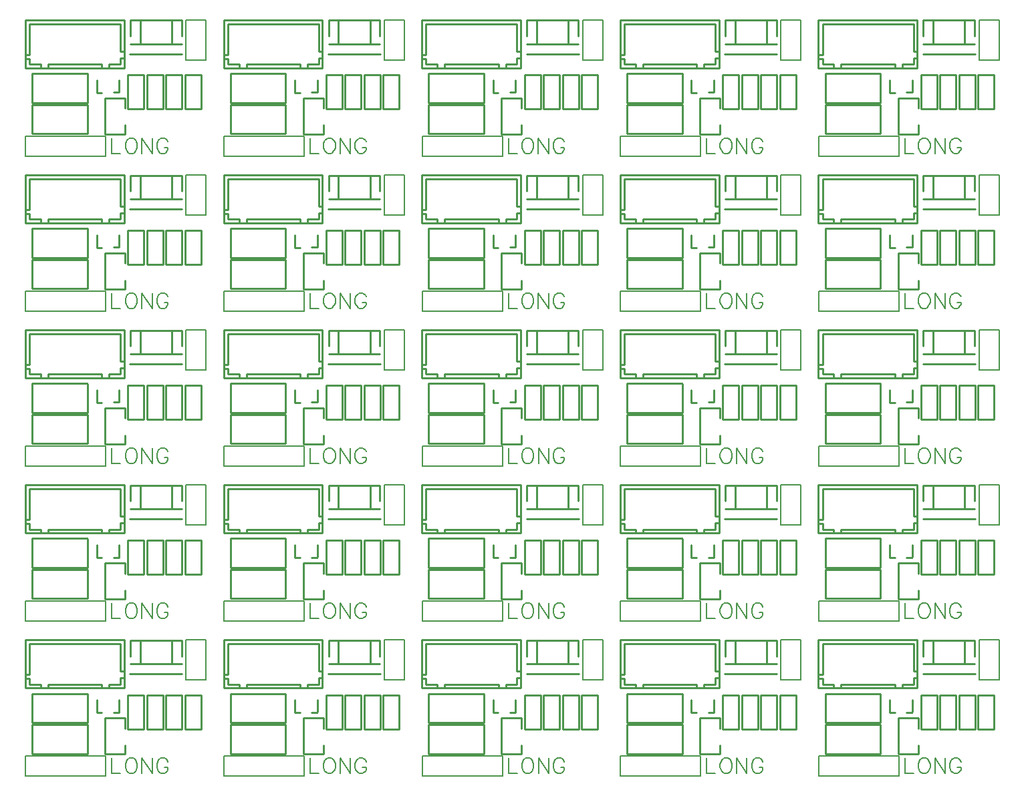
<source format=gto>
G04 Layer: TopSilkLayer*
G04 EasyEDA v6.4.20.5, 2021-07-08T19:51:02+08:00*
G04 9fc62b59898d4f10b595c4665fefa585,e7bc534dc2744323a0f9b62094545a88,10*
G04 Gerber Generator version 0.2*
G04 Scale: 100 percent, Rotated: No, Reflected: No *
G04 Dimensions in millimeters *
G04 leading zeros omitted , absolute positions ,4 integer and 5 decimal *
%FSLAX45Y45*%
%MOMM*%

%ADD10C,0.2540*%
%ADD22C,0.2000*%
%ADD23C,0.2032*%
%ADD24C,0.2030*%

%LPD*%
D23*
X1104884Y6151676D02*
G01*
X1104884Y5957874D01*
X1104884Y5957874D02*
G01*
X1215628Y5957874D01*
X1332214Y6151676D02*
G01*
X1313672Y6142532D01*
X1295130Y6123990D01*
X1285986Y6105448D01*
X1276588Y6077762D01*
X1276588Y6031788D01*
X1285986Y6003848D01*
X1295130Y5985560D01*
X1313672Y5967018D01*
X1332214Y5957874D01*
X1369044Y5957874D01*
X1387586Y5967018D01*
X1405874Y5985560D01*
X1415272Y6003848D01*
X1424416Y6031788D01*
X1424416Y6077762D01*
X1415272Y6105448D01*
X1405874Y6123990D01*
X1387586Y6142532D01*
X1369044Y6151676D01*
X1332214Y6151676D01*
X1485376Y6151676D02*
G01*
X1485376Y5957874D01*
X1485376Y6151676D02*
G01*
X1614662Y5957874D01*
X1614662Y6151676D02*
G01*
X1614662Y5957874D01*
X1814306Y6105448D02*
G01*
X1804908Y6123990D01*
X1786620Y6142532D01*
X1768078Y6151676D01*
X1730994Y6151676D01*
X1712706Y6142532D01*
X1694164Y6123990D01*
X1685020Y6105448D01*
X1675622Y6077762D01*
X1675622Y6031788D01*
X1685020Y6003848D01*
X1694164Y5985560D01*
X1712706Y5967018D01*
X1730994Y5957874D01*
X1768078Y5957874D01*
X1786620Y5967018D01*
X1804908Y5985560D01*
X1814306Y6003848D01*
X1814306Y6031788D01*
X1768078Y6031788D02*
G01*
X1814306Y6031788D01*
X3616294Y6151671D02*
G01*
X3616294Y5957874D01*
X3616294Y5957874D02*
G01*
X3727041Y5957874D01*
X3843627Y6151671D02*
G01*
X3825079Y6142532D01*
X3806543Y6123990D01*
X3797393Y6105448D01*
X3787995Y6077757D01*
X3787995Y6031783D01*
X3797393Y6003848D01*
X3806543Y5985555D01*
X3825079Y5967013D01*
X3843627Y5957874D01*
X3880459Y5957874D01*
X3898993Y5967013D01*
X3917279Y5985555D01*
X3926679Y6003848D01*
X3935826Y6031783D01*
X3935826Y6077757D01*
X3926679Y6105448D01*
X3917279Y6123990D01*
X3898993Y6142532D01*
X3880459Y6151671D01*
X3843627Y6151671D01*
X3996791Y6151671D02*
G01*
X3996791Y5957874D01*
X3996791Y6151671D02*
G01*
X4126075Y5957874D01*
X4126075Y6151671D02*
G01*
X4126075Y5957874D01*
X4325713Y6105448D02*
G01*
X4316313Y6123990D01*
X4298027Y6142532D01*
X4279491Y6151671D01*
X4242409Y6151671D01*
X4224113Y6142532D01*
X4205577Y6123990D01*
X4196427Y6105448D01*
X4187029Y6077757D01*
X4187029Y6031783D01*
X4196427Y6003848D01*
X4205577Y5985555D01*
X4224113Y5967013D01*
X4242409Y5957874D01*
X4279491Y5957874D01*
X4298027Y5967013D01*
X4316313Y5985555D01*
X4325713Y6003848D01*
X4325713Y6031783D01*
X4279491Y6031783D02*
G01*
X4325713Y6031783D01*
X6127696Y6151674D02*
G01*
X6127696Y5957872D01*
X6127696Y5957872D02*
G01*
X6238443Y5957872D01*
X6355029Y6151674D02*
G01*
X6336484Y6142530D01*
X6317945Y6123985D01*
X6308798Y6105443D01*
X6299400Y6077757D01*
X6299400Y6031783D01*
X6308798Y6003843D01*
X6317945Y5985553D01*
X6336484Y5967011D01*
X6355029Y5957872D01*
X6391861Y5957872D01*
X6410398Y5967011D01*
X6428686Y5985553D01*
X6438084Y6003843D01*
X6447228Y6031783D01*
X6447228Y6077757D01*
X6438084Y6105443D01*
X6428686Y6123985D01*
X6410398Y6142530D01*
X6391861Y6151674D01*
X6355029Y6151674D01*
X6508188Y6151674D02*
G01*
X6508188Y5957872D01*
X6508188Y6151674D02*
G01*
X6637477Y5957872D01*
X6637477Y6151674D02*
G01*
X6637477Y5957872D01*
X6837118Y6105443D02*
G01*
X6827720Y6123985D01*
X6809430Y6142530D01*
X6790893Y6151674D01*
X6753811Y6151674D01*
X6735518Y6142530D01*
X6716979Y6123985D01*
X6707830Y6105443D01*
X6698434Y6077757D01*
X6698434Y6031783D01*
X6707830Y6003843D01*
X6716979Y5985553D01*
X6735518Y5967011D01*
X6753811Y5957872D01*
X6790893Y5957872D01*
X6809430Y5967011D01*
X6827720Y5985553D01*
X6837118Y6003843D01*
X6837118Y6031783D01*
X6790893Y6031783D02*
G01*
X6837118Y6031783D01*
X8639103Y6151671D02*
G01*
X8639103Y5957867D01*
X8639103Y5957867D02*
G01*
X8749852Y5957867D01*
X8866436Y6151671D02*
G01*
X8847891Y6142525D01*
X8829342Y6123983D01*
X8820205Y6105441D01*
X8810807Y6077757D01*
X8810807Y6031783D01*
X8820205Y6003841D01*
X8829342Y5985555D01*
X8847891Y5967013D01*
X8866436Y5957867D01*
X8903258Y5957867D01*
X8921805Y5967013D01*
X8940091Y5985555D01*
X8949491Y6003841D01*
X8958638Y6031783D01*
X8958638Y6077757D01*
X8949491Y6105441D01*
X8940091Y6123983D01*
X8921805Y6142525D01*
X8903258Y6151671D01*
X8866436Y6151671D01*
X9019593Y6151671D02*
G01*
X9019593Y5957867D01*
X9019593Y6151671D02*
G01*
X9148876Y5957867D01*
X9148876Y6151671D02*
G01*
X9148876Y5957867D01*
X9348523Y6105441D02*
G01*
X9339135Y6123983D01*
X9320839Y6142525D01*
X9302302Y6151671D01*
X9265208Y6151671D01*
X9246923Y6142525D01*
X9228386Y6123983D01*
X9219239Y6105441D01*
X9209841Y6077757D01*
X9209841Y6031783D01*
X9219239Y6003841D01*
X9228386Y5985555D01*
X9246923Y5967013D01*
X9265208Y5957867D01*
X9302302Y5957867D01*
X9320839Y5967013D01*
X9339135Y5985555D01*
X9348523Y6003841D01*
X9348523Y6031783D01*
X9302302Y6031783D02*
G01*
X9348523Y6031783D01*
X11150503Y6151669D02*
G01*
X11150503Y5957867D01*
X11150503Y5957867D02*
G01*
X11261247Y5957867D01*
X11377833Y6151669D02*
G01*
X11359296Y6142525D01*
X11340749Y6123983D01*
X11331610Y6105441D01*
X11322212Y6077752D01*
X11322212Y6031778D01*
X11331610Y6003841D01*
X11340749Y5985553D01*
X11359296Y5967011D01*
X11377833Y5957867D01*
X11414666Y5957867D01*
X11433210Y5967011D01*
X11451496Y5985553D01*
X11460896Y6003841D01*
X11470035Y6031778D01*
X11470035Y6077752D01*
X11460896Y6105441D01*
X11451496Y6123983D01*
X11433210Y6142525D01*
X11414666Y6151669D01*
X11377833Y6151669D01*
X11530998Y6151669D02*
G01*
X11530998Y5957867D01*
X11530998Y6151669D02*
G01*
X11660281Y5957867D01*
X11660281Y6151669D02*
G01*
X11660281Y5957867D01*
X11859928Y6105441D02*
G01*
X11850530Y6123983D01*
X11832244Y6142525D01*
X11813697Y6151669D01*
X11776616Y6151669D01*
X11758328Y6142525D01*
X11739783Y6123983D01*
X11730644Y6105441D01*
X11721246Y6077752D01*
X11721246Y6031778D01*
X11730644Y6003841D01*
X11739783Y5985553D01*
X11758328Y5967011D01*
X11776616Y5957867D01*
X11813697Y5957867D01*
X11832244Y5967011D01*
X11850530Y5985553D01*
X11859928Y6003841D01*
X11859928Y6031778D01*
X11813697Y6031778D02*
G01*
X11859928Y6031778D01*
X11150511Y4186369D02*
G01*
X11150511Y3992567D01*
X11150511Y3992567D02*
G01*
X11261250Y3992567D01*
X11377836Y4186369D02*
G01*
X11359299Y4177225D01*
X11340752Y4158683D01*
X11331613Y4140141D01*
X11322215Y4112453D01*
X11322215Y4066479D01*
X11331613Y4038541D01*
X11340752Y4020253D01*
X11359299Y4001711D01*
X11377836Y3992567D01*
X11414668Y3992567D01*
X11433213Y4001711D01*
X11451498Y4020253D01*
X11460899Y4038541D01*
X11470045Y4066479D01*
X11470045Y4112453D01*
X11460899Y4140141D01*
X11451498Y4158683D01*
X11433213Y4177225D01*
X11414668Y4186369D01*
X11377836Y4186369D01*
X11531000Y4186369D02*
G01*
X11531000Y3992567D01*
X11531000Y4186369D02*
G01*
X11660284Y3992567D01*
X11660284Y4186369D02*
G01*
X11660284Y3992567D01*
X11859930Y4140141D02*
G01*
X11850532Y4158683D01*
X11832247Y4177225D01*
X11813700Y4186369D01*
X11776618Y4186369D01*
X11758330Y4177225D01*
X11739786Y4158683D01*
X11730647Y4140141D01*
X11721249Y4112453D01*
X11721249Y4066479D01*
X11730647Y4038541D01*
X11739786Y4020253D01*
X11758330Y4001711D01*
X11776618Y3992567D01*
X11813700Y3992567D01*
X11832247Y4001711D01*
X11850532Y4020253D01*
X11859930Y4038541D01*
X11859930Y4066479D01*
X11813700Y4066479D02*
G01*
X11859930Y4066479D01*
X8639108Y4186372D02*
G01*
X8639108Y3992567D01*
X8639108Y3992567D02*
G01*
X8749858Y3992567D01*
X8866441Y4186372D02*
G01*
X8847894Y4177225D01*
X8829347Y4158683D01*
X8820210Y4140141D01*
X8810810Y4112458D01*
X8810810Y4066484D01*
X8820210Y4038541D01*
X8829347Y4020256D01*
X8847894Y4001714D01*
X8866441Y3992567D01*
X8903263Y3992567D01*
X8921810Y4001714D01*
X8940093Y4020256D01*
X8949494Y4038541D01*
X8958643Y4066484D01*
X8958643Y4112458D01*
X8949494Y4140141D01*
X8940093Y4158683D01*
X8921810Y4177225D01*
X8903263Y4186372D01*
X8866441Y4186372D01*
X9019595Y4186372D02*
G01*
X9019595Y3992567D01*
X9019595Y4186372D02*
G01*
X9148879Y3992567D01*
X9148879Y4186372D02*
G01*
X9148879Y3992567D01*
X9348528Y4140141D02*
G01*
X9339140Y4158683D01*
X9320844Y4177225D01*
X9302308Y4186372D01*
X9265213Y4186372D01*
X9246928Y4177225D01*
X9228391Y4158683D01*
X9219244Y4140141D01*
X9209844Y4112458D01*
X9209844Y4066484D01*
X9219244Y4038541D01*
X9228391Y4020256D01*
X9246928Y4001714D01*
X9265213Y3992567D01*
X9302308Y3992567D01*
X9320844Y4001714D01*
X9339140Y4020256D01*
X9348528Y4038541D01*
X9348528Y4066484D01*
X9302308Y4066484D02*
G01*
X9348528Y4066484D01*
X6127699Y4186374D02*
G01*
X6127699Y3992572D01*
X6127699Y3992572D02*
G01*
X6238445Y3992572D01*
X6355031Y4186374D02*
G01*
X6336492Y4177230D01*
X6317947Y4158686D01*
X6308808Y4140144D01*
X6299408Y4112458D01*
X6299408Y4066484D01*
X6308808Y4038544D01*
X6317947Y4020253D01*
X6336492Y4001711D01*
X6355031Y3992572D01*
X6391864Y3992572D01*
X6410408Y4001711D01*
X6428691Y4020253D01*
X6438092Y4038544D01*
X6447231Y4066484D01*
X6447231Y4112458D01*
X6438092Y4140144D01*
X6428691Y4158686D01*
X6410408Y4177230D01*
X6391864Y4186374D01*
X6355031Y4186374D01*
X6508193Y4186374D02*
G01*
X6508193Y3992572D01*
X6508193Y4186374D02*
G01*
X6637479Y3992572D01*
X6637479Y4186374D02*
G01*
X6637479Y3992572D01*
X6837126Y4140144D02*
G01*
X6827725Y4158686D01*
X6809432Y4177230D01*
X6790895Y4186374D01*
X6753814Y4186374D01*
X6735526Y4177230D01*
X6716981Y4158686D01*
X6707832Y4140144D01*
X6698442Y4112458D01*
X6698442Y4066484D01*
X6707832Y4038544D01*
X6716981Y4020253D01*
X6735526Y4001711D01*
X6753814Y3992572D01*
X6790895Y3992572D01*
X6809432Y4001711D01*
X6827725Y4020253D01*
X6837126Y4038544D01*
X6837126Y4066484D01*
X6790895Y4066484D02*
G01*
X6837126Y4066484D01*
X3616297Y4186372D02*
G01*
X3616297Y3992575D01*
X3616297Y3992575D02*
G01*
X3727043Y3992575D01*
X3843629Y4186372D02*
G01*
X3825082Y4177233D01*
X3806545Y4158691D01*
X3797396Y4140149D01*
X3787998Y4112458D01*
X3787998Y4066484D01*
X3797396Y4038549D01*
X3806545Y4020256D01*
X3825082Y4001714D01*
X3843629Y3992575D01*
X3880462Y3992575D01*
X3898996Y4001714D01*
X3917281Y4020256D01*
X3926682Y4038549D01*
X3935829Y4066484D01*
X3935829Y4112458D01*
X3926682Y4140149D01*
X3917281Y4158691D01*
X3898996Y4177233D01*
X3880462Y4186372D01*
X3843629Y4186372D01*
X3996794Y4186372D02*
G01*
X3996794Y3992575D01*
X3996794Y4186372D02*
G01*
X4126077Y3992575D01*
X4126077Y4186372D02*
G01*
X4126077Y3992575D01*
X4325724Y4140149D02*
G01*
X4316315Y4158691D01*
X4298030Y4177233D01*
X4279493Y4186372D01*
X4242412Y4186372D01*
X4224124Y4177233D01*
X4205579Y4158691D01*
X4196430Y4140149D01*
X4187032Y4112458D01*
X4187032Y4066484D01*
X4196430Y4038549D01*
X4205579Y4020256D01*
X4224124Y4001714D01*
X4242412Y3992575D01*
X4279493Y3992575D01*
X4298030Y4001714D01*
X4316315Y4020256D01*
X4325724Y4038549D01*
X4325724Y4066484D01*
X4279493Y4066484D02*
G01*
X4325724Y4066484D01*
X1104892Y4186377D02*
G01*
X1104892Y3992575D01*
X1104892Y3992575D02*
G01*
X1215631Y3992575D01*
X1332224Y4186377D02*
G01*
X1313675Y4177233D01*
X1295140Y4158691D01*
X1285991Y4140149D01*
X1276593Y4112463D01*
X1276593Y4066489D01*
X1285991Y4038549D01*
X1295140Y4020261D01*
X1313675Y4001719D01*
X1332224Y3992575D01*
X1369047Y3992575D01*
X1387591Y4001719D01*
X1405877Y4020261D01*
X1415275Y4038549D01*
X1424424Y4066489D01*
X1424424Y4112463D01*
X1415275Y4140149D01*
X1405877Y4158691D01*
X1387591Y4177233D01*
X1369047Y4186377D01*
X1332224Y4186377D01*
X1485379Y4186377D02*
G01*
X1485379Y3992575D01*
X1485379Y4186377D02*
G01*
X1614665Y3992575D01*
X1614665Y4186377D02*
G01*
X1614665Y3992575D01*
X1814309Y4140149D02*
G01*
X1804911Y4158691D01*
X1786625Y4177233D01*
X1768081Y4186377D01*
X1730997Y4186377D01*
X1712709Y4177233D01*
X1694174Y4158691D01*
X1685025Y4140149D01*
X1675625Y4112463D01*
X1675625Y4066489D01*
X1685025Y4038549D01*
X1694174Y4020261D01*
X1712709Y4001719D01*
X1730997Y3992575D01*
X1768081Y3992575D01*
X1786625Y4001719D01*
X1804911Y4020261D01*
X1814309Y4038549D01*
X1814309Y4066489D01*
X1768081Y4066489D02*
G01*
X1814309Y4066489D01*
X11150518Y2221069D02*
G01*
X11150518Y2027267D01*
X11150518Y2027267D02*
G01*
X11261262Y2027267D01*
X11377848Y2221069D02*
G01*
X11359311Y2211925D01*
X11340764Y2193383D01*
X11331625Y2174841D01*
X11322227Y2147153D01*
X11322227Y2101179D01*
X11331625Y2073241D01*
X11340764Y2054953D01*
X11359311Y2036411D01*
X11377848Y2027267D01*
X11414681Y2027267D01*
X11433225Y2036411D01*
X11451511Y2054953D01*
X11460911Y2073241D01*
X11470050Y2101179D01*
X11470050Y2147153D01*
X11460911Y2174841D01*
X11451511Y2193383D01*
X11433225Y2211925D01*
X11414681Y2221069D01*
X11377848Y2221069D01*
X11531013Y2221069D02*
G01*
X11531013Y2027267D01*
X11531013Y2221069D02*
G01*
X11660296Y2027267D01*
X11660296Y2221069D02*
G01*
X11660296Y2027267D01*
X11859943Y2174841D02*
G01*
X11850545Y2193383D01*
X11832259Y2211925D01*
X11813712Y2221069D01*
X11776631Y2221069D01*
X11758343Y2211925D01*
X11739798Y2193383D01*
X11730659Y2174841D01*
X11721261Y2147153D01*
X11721261Y2101179D01*
X11730659Y2073241D01*
X11739798Y2054953D01*
X11758343Y2036411D01*
X11776631Y2027267D01*
X11813712Y2027267D01*
X11832259Y2036411D01*
X11850545Y2054953D01*
X11859943Y2073241D01*
X11859943Y2101179D01*
X11813712Y2101179D02*
G01*
X11859943Y2101179D01*
X8639119Y2221072D02*
G01*
X8639119Y2027267D01*
X8639119Y2027267D02*
G01*
X8749868Y2027267D01*
X8866451Y2221072D02*
G01*
X8847907Y2211925D01*
X8829357Y2193383D01*
X8820221Y2174841D01*
X8810823Y2147158D01*
X8810823Y2101184D01*
X8820221Y2073241D01*
X8829357Y2054956D01*
X8847907Y2036414D01*
X8866451Y2027267D01*
X8903274Y2027267D01*
X8921821Y2036414D01*
X8940106Y2054956D01*
X8949507Y2073241D01*
X8958653Y2101184D01*
X8958653Y2147158D01*
X8949507Y2174841D01*
X8940106Y2193383D01*
X8921821Y2211925D01*
X8903274Y2221072D01*
X8866451Y2221072D01*
X9019608Y2221072D02*
G01*
X9019608Y2027267D01*
X9019608Y2221072D02*
G01*
X9148892Y2027267D01*
X9148892Y2221072D02*
G01*
X9148892Y2027267D01*
X9348538Y2174841D02*
G01*
X9339150Y2193383D01*
X9320855Y2211925D01*
X9302318Y2221072D01*
X9265224Y2221072D01*
X9246938Y2211925D01*
X9228401Y2193383D01*
X9219255Y2174841D01*
X9209857Y2147158D01*
X9209857Y2101184D01*
X9219255Y2073241D01*
X9228401Y2054956D01*
X9246938Y2036414D01*
X9265224Y2027267D01*
X9302318Y2027267D01*
X9320855Y2036414D01*
X9339150Y2054956D01*
X9348538Y2073241D01*
X9348538Y2101184D01*
X9302318Y2101184D02*
G01*
X9348538Y2101184D01*
X6127711Y2221075D02*
G01*
X6127711Y2027273D01*
X6127711Y2027273D02*
G01*
X6238458Y2027273D01*
X6355044Y2221075D02*
G01*
X6336499Y2211931D01*
X6317960Y2193386D01*
X6308813Y2174844D01*
X6299415Y2147158D01*
X6299415Y2101184D01*
X6308813Y2073244D01*
X6317960Y2054953D01*
X6336499Y2036411D01*
X6355044Y2027273D01*
X6391876Y2027273D01*
X6410413Y2036411D01*
X6428701Y2054953D01*
X6438099Y2073244D01*
X6447243Y2101184D01*
X6447243Y2147158D01*
X6438099Y2174844D01*
X6428701Y2193386D01*
X6410413Y2211931D01*
X6391876Y2221075D01*
X6355044Y2221075D01*
X6508203Y2221075D02*
G01*
X6508203Y2027273D01*
X6508203Y2221075D02*
G01*
X6637492Y2027273D01*
X6637492Y2221075D02*
G01*
X6637492Y2027273D01*
X6837133Y2174844D02*
G01*
X6827735Y2193386D01*
X6809445Y2211931D01*
X6790908Y2221075D01*
X6753826Y2221075D01*
X6735533Y2211931D01*
X6716994Y2193386D01*
X6707845Y2174844D01*
X6698449Y2147158D01*
X6698449Y2101184D01*
X6707845Y2073244D01*
X6716994Y2054953D01*
X6735533Y2036411D01*
X6753826Y2027273D01*
X6790908Y2027273D01*
X6809445Y2036411D01*
X6827735Y2054953D01*
X6837133Y2073244D01*
X6837133Y2101184D01*
X6790908Y2101184D02*
G01*
X6837133Y2101184D01*
X3616309Y2221072D02*
G01*
X3616309Y2027275D01*
X3616309Y2027275D02*
G01*
X3727056Y2027275D01*
X3843642Y2221072D02*
G01*
X3825095Y2211933D01*
X3806558Y2193391D01*
X3797409Y2174849D01*
X3788011Y2147158D01*
X3788011Y2101184D01*
X3797409Y2073249D01*
X3806558Y2054956D01*
X3825095Y2036414D01*
X3843642Y2027275D01*
X3880474Y2027275D01*
X3899009Y2036414D01*
X3917294Y2054956D01*
X3926695Y2073249D01*
X3935841Y2101184D01*
X3935841Y2147158D01*
X3926695Y2174849D01*
X3917294Y2193391D01*
X3899009Y2211933D01*
X3880474Y2221072D01*
X3843642Y2221072D01*
X3996806Y2221072D02*
G01*
X3996806Y2027275D01*
X3996806Y2221072D02*
G01*
X4126090Y2027275D01*
X4126090Y2221072D02*
G01*
X4126090Y2027275D01*
X4325729Y2174849D02*
G01*
X4316328Y2193391D01*
X4298043Y2211933D01*
X4279506Y2221072D01*
X4242424Y2221072D01*
X4224129Y2211933D01*
X4205592Y2193391D01*
X4196443Y2174849D01*
X4187045Y2147158D01*
X4187045Y2101184D01*
X4196443Y2073249D01*
X4205592Y2054956D01*
X4224129Y2036414D01*
X4242424Y2027275D01*
X4279506Y2027275D01*
X4298043Y2036414D01*
X4316328Y2054956D01*
X4325729Y2073249D01*
X4325729Y2101184D01*
X4279506Y2101184D02*
G01*
X4325729Y2101184D01*
X1104900Y2221077D02*
G01*
X1104900Y2027275D01*
X1104900Y2027275D02*
G01*
X1215644Y2027275D01*
X1332230Y2221077D02*
G01*
X1313687Y2211933D01*
X1295146Y2193391D01*
X1286002Y2174849D01*
X1276603Y2147163D01*
X1276603Y2101189D01*
X1286002Y2073249D01*
X1295146Y2054961D01*
X1313687Y2036419D01*
X1332230Y2027275D01*
X1369060Y2027275D01*
X1387602Y2036419D01*
X1405889Y2054961D01*
X1415287Y2073249D01*
X1424432Y2101189D01*
X1424432Y2147163D01*
X1415287Y2174849D01*
X1405889Y2193391D01*
X1387602Y2211933D01*
X1369060Y2221077D01*
X1332230Y2221077D01*
X1485392Y2221077D02*
G01*
X1485392Y2027275D01*
X1485392Y2221077D02*
G01*
X1614678Y2027275D01*
X1614678Y2221077D02*
G01*
X1614678Y2027275D01*
X1814321Y2174849D02*
G01*
X1804923Y2193391D01*
X1786636Y2211933D01*
X1768094Y2221077D01*
X1731010Y2221077D01*
X1712721Y2211933D01*
X1694180Y2193391D01*
X1685036Y2174849D01*
X1675637Y2147163D01*
X1675637Y2101189D01*
X1685036Y2073249D01*
X1694180Y2054961D01*
X1712721Y2036419D01*
X1731010Y2027275D01*
X1768094Y2027275D01*
X1786636Y2036419D01*
X1804923Y2054961D01*
X1814321Y2073249D01*
X1814321Y2101189D01*
X1768094Y2101189D02*
G01*
X1814321Y2101189D01*
X11150521Y255770D02*
G01*
X11150521Y61968D01*
X11150521Y61968D02*
G01*
X11261260Y61968D01*
X11377851Y255770D02*
G01*
X11359309Y246626D01*
X11340762Y228084D01*
X11331623Y209542D01*
X11322225Y181853D01*
X11322225Y135879D01*
X11331623Y107942D01*
X11340762Y89654D01*
X11359309Y71112D01*
X11377851Y61968D01*
X11414683Y61968D01*
X11433223Y71112D01*
X11451508Y89654D01*
X11460909Y107942D01*
X11470053Y135879D01*
X11470053Y181853D01*
X11460909Y209542D01*
X11451508Y228084D01*
X11433223Y246626D01*
X11414683Y255770D01*
X11377851Y255770D01*
X11531010Y255770D02*
G01*
X11531010Y61968D01*
X11531010Y255770D02*
G01*
X11660294Y61968D01*
X11660294Y255770D02*
G01*
X11660294Y61968D01*
X11859940Y209542D02*
G01*
X11850542Y228084D01*
X11832257Y246626D01*
X11813710Y255770D01*
X11776633Y255770D01*
X11758340Y246626D01*
X11739801Y228084D01*
X11730657Y209542D01*
X11721259Y181853D01*
X11721259Y135879D01*
X11730657Y107942D01*
X11739801Y89654D01*
X11758340Y71112D01*
X11776633Y61968D01*
X11813710Y61968D01*
X11832257Y71112D01*
X11850542Y89654D01*
X11859940Y107942D01*
X11859940Y135879D01*
X11813710Y135879D02*
G01*
X11859940Y135879D01*
X8639119Y255772D02*
G01*
X8639119Y61968D01*
X8639119Y61968D02*
G01*
X8749868Y61968D01*
X8866451Y255772D02*
G01*
X8847904Y246626D01*
X8829357Y228084D01*
X8820221Y209542D01*
X8810820Y181858D01*
X8810820Y135884D01*
X8820221Y107942D01*
X8829357Y89656D01*
X8847904Y71114D01*
X8866451Y61968D01*
X8903271Y61968D01*
X8921821Y71114D01*
X8940104Y89656D01*
X8949504Y107942D01*
X8958653Y135884D01*
X8958653Y181858D01*
X8949504Y209542D01*
X8940104Y228084D01*
X8921821Y246626D01*
X8903271Y255772D01*
X8866451Y255772D01*
X9019606Y255772D02*
G01*
X9019606Y61968D01*
X9019606Y255772D02*
G01*
X9148889Y61968D01*
X9148889Y255772D02*
G01*
X9148889Y61968D01*
X9348538Y209542D02*
G01*
X9339150Y228084D01*
X9320852Y246626D01*
X9302318Y255772D01*
X9265221Y255772D01*
X9246938Y246626D01*
X9228401Y228084D01*
X9219252Y209542D01*
X9209854Y181858D01*
X9209854Y135884D01*
X9219252Y107942D01*
X9228401Y89656D01*
X9246938Y71114D01*
X9265221Y61968D01*
X9302318Y61968D01*
X9320852Y71114D01*
X9339150Y89656D01*
X9348538Y107942D01*
X9348538Y135884D01*
X9302318Y135884D02*
G01*
X9348538Y135884D01*
X6127714Y255775D02*
G01*
X6127714Y61973D01*
X6127714Y61973D02*
G01*
X6238455Y61973D01*
X6355046Y255775D02*
G01*
X6336499Y246631D01*
X6317962Y228086D01*
X6308816Y209544D01*
X6299418Y181858D01*
X6299418Y135884D01*
X6308816Y107944D01*
X6317962Y89654D01*
X6336499Y71112D01*
X6355046Y61973D01*
X6391879Y61973D01*
X6410416Y71112D01*
X6428701Y89654D01*
X6438099Y107944D01*
X6447241Y135884D01*
X6447241Y181858D01*
X6438099Y209544D01*
X6428701Y228086D01*
X6410416Y246631D01*
X6391879Y255775D01*
X6355046Y255775D01*
X6508203Y255775D02*
G01*
X6508203Y61973D01*
X6508203Y255775D02*
G01*
X6637489Y61973D01*
X6637489Y255775D02*
G01*
X6637489Y61973D01*
X6837133Y209544D02*
G01*
X6827735Y228086D01*
X6809442Y246631D01*
X6790905Y255775D01*
X6753829Y255775D01*
X6735533Y246631D01*
X6716996Y228086D01*
X6707842Y209544D01*
X6698449Y181858D01*
X6698449Y135884D01*
X6707842Y107944D01*
X6716996Y89654D01*
X6735533Y71112D01*
X6753829Y61973D01*
X6790905Y61973D01*
X6809442Y71112D01*
X6827735Y89654D01*
X6837133Y107944D01*
X6837133Y135884D01*
X6790905Y135884D02*
G01*
X6837133Y135884D01*
X3616312Y255772D02*
G01*
X3616312Y61976D01*
X3616312Y61976D02*
G01*
X3727053Y61976D01*
X3843644Y255772D02*
G01*
X3825097Y246634D01*
X3806560Y228092D01*
X3797406Y209550D01*
X3788013Y181858D01*
X3788013Y135884D01*
X3797406Y107950D01*
X3806560Y89656D01*
X3825097Y71114D01*
X3843644Y61976D01*
X3880477Y61976D01*
X3899006Y71114D01*
X3917292Y89656D01*
X3926697Y107950D01*
X3935839Y135884D01*
X3935839Y181858D01*
X3926697Y209550D01*
X3917292Y228092D01*
X3899006Y246634D01*
X3880477Y255772D01*
X3843644Y255772D01*
X3996804Y255772D02*
G01*
X3996804Y61976D01*
X3996804Y255772D02*
G01*
X4126087Y61976D01*
X4126087Y255772D02*
G01*
X4126087Y61976D01*
X4325731Y209550D02*
G01*
X4316331Y228092D01*
X4298040Y246634D01*
X4279503Y255772D01*
X4242427Y255772D01*
X4224131Y246634D01*
X4205594Y228092D01*
X4196440Y209550D01*
X4187047Y181858D01*
X4187047Y135884D01*
X4196440Y107950D01*
X4205594Y89656D01*
X4224131Y71114D01*
X4242427Y61976D01*
X4279503Y61976D01*
X4298040Y71114D01*
X4316331Y89656D01*
X4325731Y107950D01*
X4325731Y135884D01*
X4279503Y135884D02*
G01*
X4325731Y135884D01*
X1104900Y255777D02*
G01*
X1104900Y61976D01*
X1104900Y61976D02*
G01*
X1215641Y61976D01*
X1332232Y255777D02*
G01*
X1313685Y246634D01*
X1295148Y228092D01*
X1286002Y209550D01*
X1276603Y181863D01*
X1276603Y135889D01*
X1286002Y107950D01*
X1295148Y89661D01*
X1313685Y71119D01*
X1332232Y61976D01*
X1369057Y61976D01*
X1387602Y71119D01*
X1405887Y89661D01*
X1415285Y107950D01*
X1424434Y135889D01*
X1424434Y181863D01*
X1415285Y209550D01*
X1405887Y228092D01*
X1387602Y246634D01*
X1369057Y255777D01*
X1332232Y255777D01*
X1485389Y255777D02*
G01*
X1485389Y61976D01*
X1485389Y255777D02*
G01*
X1614680Y61976D01*
X1614680Y255777D02*
G01*
X1614680Y61976D01*
X1814319Y209550D02*
G01*
X1804921Y228092D01*
X1786636Y246634D01*
X1768091Y255777D01*
X1731007Y255777D01*
X1712719Y246634D01*
X1694182Y228092D01*
X1685036Y209550D01*
X1675635Y181863D01*
X1675635Y135889D01*
X1685036Y107950D01*
X1694182Y89661D01*
X1712719Y71119D01*
X1731007Y61976D01*
X1768091Y61976D01*
X1786636Y71119D01*
X1804921Y89661D01*
X1814319Y107950D01*
X1814319Y135889D01*
X1768091Y135889D02*
G01*
X1814319Y135889D01*
X11150523Y-1709536D02*
G01*
X11150523Y-1903338D01*
X11150523Y-1903338D02*
G01*
X11261262Y-1903338D01*
X11377853Y-1709536D02*
G01*
X11359311Y-1718680D01*
X11340764Y-1737222D01*
X11331625Y-1755764D01*
X11322227Y-1783453D01*
X11322227Y-1829427D01*
X11331625Y-1857364D01*
X11340764Y-1875652D01*
X11359311Y-1894194D01*
X11377853Y-1903338D01*
X11414686Y-1903338D01*
X11433225Y-1894194D01*
X11451511Y-1875652D01*
X11460911Y-1857364D01*
X11470055Y-1829427D01*
X11470055Y-1783453D01*
X11460911Y-1755764D01*
X11451511Y-1737222D01*
X11433225Y-1718680D01*
X11414686Y-1709536D01*
X11377853Y-1709536D01*
X11531013Y-1709536D02*
G01*
X11531013Y-1903338D01*
X11531013Y-1709536D02*
G01*
X11660296Y-1903338D01*
X11660296Y-1709536D02*
G01*
X11660296Y-1903338D01*
X11859943Y-1755764D02*
G01*
X11850545Y-1737222D01*
X11832259Y-1718680D01*
X11813712Y-1709536D01*
X11776636Y-1709536D01*
X11758343Y-1718680D01*
X11739803Y-1737222D01*
X11730659Y-1755764D01*
X11721261Y-1783453D01*
X11721261Y-1829427D01*
X11730659Y-1857364D01*
X11739803Y-1875652D01*
X11758343Y-1894194D01*
X11776636Y-1903338D01*
X11813712Y-1903338D01*
X11832259Y-1894194D01*
X11850545Y-1875652D01*
X11859943Y-1857364D01*
X11859943Y-1829427D01*
X11813712Y-1829427D02*
G01*
X11859943Y-1829427D01*
X8639121Y-1709534D02*
G01*
X8639121Y-1903338D01*
X8639121Y-1903338D02*
G01*
X8749870Y-1903338D01*
X8866454Y-1709534D02*
G01*
X8847907Y-1718680D01*
X8829360Y-1737222D01*
X8820223Y-1755764D01*
X8810823Y-1783448D01*
X8810823Y-1829422D01*
X8820223Y-1857364D01*
X8829360Y-1875650D01*
X8847907Y-1894192D01*
X8866454Y-1903338D01*
X8903274Y-1903338D01*
X8921823Y-1894192D01*
X8940106Y-1875650D01*
X8949507Y-1857364D01*
X8958656Y-1829422D01*
X8958656Y-1783448D01*
X8949507Y-1755764D01*
X8940106Y-1737222D01*
X8921823Y-1718680D01*
X8903274Y-1709534D01*
X8866454Y-1709534D01*
X9019608Y-1709534D02*
G01*
X9019608Y-1903338D01*
X9019608Y-1709534D02*
G01*
X9148892Y-1903338D01*
X9148892Y-1709534D02*
G01*
X9148892Y-1903338D01*
X9348541Y-1755764D02*
G01*
X9339153Y-1737222D01*
X9320855Y-1718680D01*
X9302320Y-1709534D01*
X9265224Y-1709534D01*
X9246941Y-1718680D01*
X9228404Y-1737222D01*
X9219255Y-1755764D01*
X9209857Y-1783448D01*
X9209857Y-1829422D01*
X9219255Y-1857364D01*
X9228404Y-1875650D01*
X9246941Y-1894192D01*
X9265224Y-1903338D01*
X9302320Y-1903338D01*
X9320855Y-1894192D01*
X9339153Y-1875650D01*
X9348541Y-1857364D01*
X9348541Y-1829422D01*
X9302320Y-1829422D02*
G01*
X9348541Y-1829422D01*
X6127716Y-1709531D02*
G01*
X6127716Y-1903333D01*
X6127716Y-1903333D02*
G01*
X6238458Y-1903333D01*
X6355049Y-1709531D02*
G01*
X6336502Y-1718675D01*
X6317965Y-1737220D01*
X6308818Y-1755762D01*
X6299420Y-1783448D01*
X6299420Y-1829422D01*
X6308818Y-1857362D01*
X6317965Y-1875652D01*
X6336502Y-1894194D01*
X6355049Y-1903333D01*
X6391882Y-1903333D01*
X6410418Y-1894194D01*
X6428704Y-1875652D01*
X6438102Y-1857362D01*
X6447243Y-1829422D01*
X6447243Y-1783448D01*
X6438102Y-1755762D01*
X6428704Y-1737220D01*
X6410418Y-1718675D01*
X6391882Y-1709531D01*
X6355049Y-1709531D01*
X6508206Y-1709531D02*
G01*
X6508206Y-1903333D01*
X6508206Y-1709531D02*
G01*
X6637492Y-1903333D01*
X6637492Y-1709531D02*
G01*
X6637492Y-1903333D01*
X6837136Y-1755762D02*
G01*
X6827738Y-1737220D01*
X6809445Y-1718675D01*
X6790908Y-1709531D01*
X6753832Y-1709531D01*
X6735536Y-1718675D01*
X6716999Y-1737220D01*
X6707845Y-1755762D01*
X6698452Y-1783448D01*
X6698452Y-1829422D01*
X6707845Y-1857362D01*
X6716999Y-1875652D01*
X6735536Y-1894194D01*
X6753832Y-1903333D01*
X6790908Y-1903333D01*
X6809445Y-1894194D01*
X6827738Y-1875652D01*
X6837136Y-1857362D01*
X6837136Y-1829422D01*
X6790908Y-1829422D02*
G01*
X6837136Y-1829422D01*
X3616314Y-1709534D02*
G01*
X3616314Y-1903331D01*
X3616314Y-1903331D02*
G01*
X3727056Y-1903331D01*
X3843647Y-1709534D02*
G01*
X3825100Y-1718673D01*
X3806563Y-1737215D01*
X3797409Y-1755757D01*
X3788016Y-1783448D01*
X3788016Y-1829422D01*
X3797409Y-1857357D01*
X3806563Y-1875650D01*
X3825100Y-1894192D01*
X3843647Y-1903331D01*
X3880479Y-1903331D01*
X3899009Y-1894192D01*
X3917294Y-1875650D01*
X3926700Y-1857357D01*
X3935841Y-1829422D01*
X3935841Y-1783448D01*
X3926700Y-1755757D01*
X3917294Y-1737215D01*
X3899009Y-1718673D01*
X3880479Y-1709534D01*
X3843647Y-1709534D01*
X3996806Y-1709534D02*
G01*
X3996806Y-1903331D01*
X3996806Y-1709534D02*
G01*
X4126090Y-1903331D01*
X4126090Y-1709534D02*
G01*
X4126090Y-1903331D01*
X4325734Y-1755757D02*
G01*
X4316333Y-1737215D01*
X4298043Y-1718673D01*
X4279506Y-1709534D01*
X4242429Y-1709534D01*
X4224134Y-1718673D01*
X4205597Y-1737215D01*
X4196443Y-1755757D01*
X4187050Y-1783448D01*
X4187050Y-1829422D01*
X4196443Y-1857357D01*
X4205597Y-1875650D01*
X4224134Y-1894192D01*
X4242429Y-1903331D01*
X4279506Y-1903331D01*
X4298043Y-1894192D01*
X4316333Y-1875650D01*
X4325734Y-1857357D01*
X4325734Y-1829422D01*
X4279506Y-1829422D02*
G01*
X4325734Y-1829422D01*
X1104902Y-1709529D02*
G01*
X1104902Y-1903331D01*
X1104902Y-1903331D02*
G01*
X1215644Y-1903331D01*
X1332235Y-1709529D02*
G01*
X1313687Y-1718673D01*
X1295151Y-1737215D01*
X1286004Y-1755757D01*
X1276606Y-1783443D01*
X1276606Y-1829417D01*
X1286004Y-1857357D01*
X1295151Y-1875645D01*
X1313687Y-1894187D01*
X1332235Y-1903331D01*
X1369060Y-1903331D01*
X1387604Y-1894187D01*
X1405889Y-1875645D01*
X1415287Y-1857357D01*
X1424437Y-1829417D01*
X1424437Y-1783443D01*
X1415287Y-1755757D01*
X1405889Y-1737215D01*
X1387604Y-1718673D01*
X1369060Y-1709529D01*
X1332235Y-1709529D01*
X1485392Y-1709529D02*
G01*
X1485392Y-1903331D01*
X1485392Y-1709529D02*
G01*
X1614683Y-1903331D01*
X1614683Y-1709529D02*
G01*
X1614683Y-1903331D01*
X1814321Y-1755757D02*
G01*
X1804923Y-1737215D01*
X1786638Y-1718673D01*
X1768094Y-1709529D01*
X1731010Y-1709529D01*
X1712721Y-1718673D01*
X1694185Y-1737215D01*
X1685038Y-1755757D01*
X1675637Y-1783443D01*
X1675637Y-1829417D01*
X1685038Y-1857357D01*
X1694185Y-1875645D01*
X1712721Y-1894187D01*
X1731010Y-1903331D01*
X1768094Y-1903331D01*
X1786638Y-1894187D01*
X1804923Y-1875645D01*
X1814321Y-1857357D01*
X1814321Y-1829417D01*
X1768094Y-1829417D02*
G01*
X1814321Y-1829417D01*
D22*
X2044692Y5175199D02*
G01*
X2044692Y5683199D01*
X2298692Y5683199D01*
X2298692Y5175199D01*
X2044692Y5175199D01*
D10*
X1272527Y4563059D02*
G01*
X1272527Y4692599D01*
X1018527Y4692599D01*
X1018527Y4235399D01*
X1272527Y4235399D01*
X1272527Y4349699D01*
X975347Y4763719D02*
G01*
X911847Y4763716D01*
X911847Y4921199D01*
X1125209Y4766261D02*
G01*
X1193792Y4766259D01*
X1196327Y4768799D01*
X1196327Y4921199D01*
X792474Y4611319D02*
G01*
X795009Y4608779D01*
X795009Y4243019D01*
X96520Y4243019D01*
X96520Y4611319D01*
X114300Y4611319D01*
X792474Y4611319D01*
X792474Y5005019D02*
G01*
X795009Y5002479D01*
X795009Y4636719D01*
X96520Y4636719D01*
X96520Y5005019D01*
X114300Y5005019D01*
X792474Y5005019D01*
X1549392Y4984699D02*
G01*
X1549392Y4552899D01*
X1752592Y4552899D01*
X1752592Y4984699D01*
X1549392Y4984699D01*
X1790692Y4984699D02*
G01*
X1790692Y4552899D01*
X1993892Y4552899D01*
X1993892Y4984699D01*
X1790692Y4984699D01*
X2031992Y4984699D02*
G01*
X2031992Y4552899D01*
X2235192Y4552899D01*
X2235192Y4984699D01*
X2031992Y4984699D01*
X1511292Y4984699D02*
G01*
X1511292Y4552899D01*
X1308092Y4552899D01*
X1308092Y4984699D01*
X1511292Y4984699D01*
X1259987Y5073898D02*
G01*
X10998Y5073898D01*
X9999Y5074902D02*
G01*
X9999Y5684903D01*
X1259987Y5074902D02*
G01*
X1259987Y5684901D01*
X1259987Y5684898D02*
G01*
X9999Y5684898D01*
X12382Y5243779D02*
G01*
X62420Y5243779D01*
X62420Y5634939D01*
X1212522Y5634939D01*
X1212522Y5284927D01*
X1258994Y5284899D01*
X1212522Y5122367D02*
G01*
X1071041Y5122367D01*
X1071041Y5077409D01*
X12382Y5192979D02*
G01*
X62420Y5192979D01*
X62420Y5122367D01*
X203644Y5122367D01*
X537410Y5122395D02*
G01*
X533074Y5122278D01*
X977399Y5122278D01*
X977399Y5077317D01*
X204002Y5077459D02*
G01*
X204002Y5122339D01*
X297500Y5077399D02*
G01*
X297500Y5122397D01*
X533077Y5122397D01*
X1259987Y5201899D02*
G01*
X1212522Y5201869D01*
X1212522Y5122367D01*
D23*
X1028692Y4209999D02*
G01*
X1028692Y3955999D01*
X12700Y3955999D01*
X12700Y4209999D01*
X203200Y4209999D01*
D24*
X1028692Y4209999D02*
G01*
X203200Y4209999D01*
D10*
X1338699Y5678398D02*
G01*
X1988682Y5678398D01*
X1988682Y5378373D02*
G01*
X1338699Y5378373D01*
X1863694Y5378399D02*
G01*
X1863694Y5678398D01*
X1463690Y5378399D02*
G01*
X1463690Y5678398D01*
X1338699Y5678398D02*
G01*
X1338699Y5478924D01*
X1338699Y5678398D02*
G01*
X1338699Y5478924D01*
X1988682Y5678398D02*
G01*
X1988682Y5478924D01*
X1988682Y5678398D02*
G01*
X1988682Y5478924D01*
X1663692Y5251399D02*
G01*
X1993892Y5251399D01*
X1663692Y5251399D02*
G01*
X1333492Y5251399D01*
X11384320Y5678390D02*
G01*
X12034304Y5678390D01*
X12034304Y5378366D02*
G01*
X11384320Y5378366D01*
X11909305Y5378391D02*
G01*
X11909305Y5678390D01*
X11509311Y5378391D02*
G01*
X11509311Y5678390D01*
X11384320Y5678390D02*
G01*
X11384320Y5478914D01*
X11384320Y5678390D02*
G01*
X11384320Y5478914D01*
X12034304Y5678390D02*
G01*
X12034304Y5478914D01*
X12034304Y5678390D02*
G01*
X12034304Y5478914D01*
X11709311Y5251391D02*
G01*
X12039511Y5251391D01*
X11709311Y5251391D02*
G01*
X11379111Y5251391D01*
D23*
X11074311Y4209991D02*
G01*
X11074311Y3955991D01*
X10058311Y3955991D01*
X10058311Y4209991D01*
X10248811Y4209991D01*
D24*
X11074311Y4209991D02*
G01*
X10248811Y4209991D01*
D10*
X11305608Y5073891D02*
G01*
X10056609Y5073891D01*
X10055608Y5074894D02*
G01*
X10055608Y5684895D01*
X11305608Y5074894D02*
G01*
X11305608Y5684893D01*
X11305608Y5684890D02*
G01*
X10055608Y5684890D01*
X10057993Y5243771D02*
G01*
X10108029Y5243771D01*
X10108029Y5634929D01*
X11258143Y5634929D01*
X11258143Y5284919D01*
X11304605Y5284891D01*
X11258143Y5122359D02*
G01*
X11116663Y5122359D01*
X11116663Y5077401D01*
X10057993Y5192971D02*
G01*
X10108029Y5192971D01*
X10108029Y5122359D01*
X10249258Y5122359D01*
X10583021Y5122387D02*
G01*
X10578683Y5122270D01*
X11023013Y5122270D01*
X11023013Y5077310D01*
X10249613Y5077452D02*
G01*
X10249613Y5122331D01*
X10343106Y5077391D02*
G01*
X10343106Y5122390D01*
X10578683Y5122390D01*
X11305608Y5201889D02*
G01*
X11258143Y5201861D01*
X11258143Y5122359D01*
X11556911Y4984691D02*
G01*
X11556911Y4552891D01*
X11353711Y4552891D01*
X11353711Y4984691D01*
X11556911Y4984691D01*
X12077611Y4984691D02*
G01*
X12077611Y4552891D01*
X12280811Y4552891D01*
X12280811Y4984691D01*
X12077611Y4984691D01*
X11836311Y4984691D02*
G01*
X11836311Y4552891D01*
X12039511Y4552891D01*
X12039511Y4984691D01*
X11836311Y4984691D01*
X11595011Y4984691D02*
G01*
X11595011Y4552891D01*
X11798211Y4552891D01*
X11798211Y4984691D01*
X11595011Y4984691D01*
X10838086Y5005011D02*
G01*
X10840631Y5002471D01*
X10840631Y4636711D01*
X10142131Y4636711D01*
X10142131Y5005011D01*
X10159911Y5005011D01*
X10838086Y5005011D01*
X10838086Y4611311D02*
G01*
X10840631Y4608771D01*
X10840631Y4243011D01*
X10142131Y4243011D01*
X10142131Y4611311D01*
X10159911Y4611311D01*
X10838086Y4611311D01*
X11020968Y4763711D02*
G01*
X10957468Y4763706D01*
X10957468Y4921191D01*
X11170831Y4766254D02*
G01*
X11239403Y4766251D01*
X11241948Y4768791D01*
X11241948Y4921191D01*
X11318148Y4563051D02*
G01*
X11318148Y4692591D01*
X11064148Y4692591D01*
X11064148Y4235391D01*
X11318148Y4235391D01*
X11318148Y4349691D01*
D22*
X12090311Y5175191D02*
G01*
X12090311Y5683191D01*
X12344311Y5683191D01*
X12344311Y5175191D01*
X12090311Y5175191D01*
D10*
X8872918Y5678390D02*
G01*
X9522901Y5678390D01*
X9522901Y5378368D02*
G01*
X8872918Y5378368D01*
X9397900Y5378391D02*
G01*
X9397900Y5678390D01*
X8997906Y5378391D02*
G01*
X8997906Y5678390D01*
X8872918Y5678390D02*
G01*
X8872918Y5478919D01*
X8872918Y5678390D02*
G01*
X8872918Y5478919D01*
X9522901Y5678390D02*
G01*
X9522901Y5478919D01*
X9522901Y5678390D02*
G01*
X9522901Y5478919D01*
X9197908Y5251391D02*
G01*
X9528108Y5251391D01*
X9197908Y5251391D02*
G01*
X8867708Y5251391D01*
D23*
X8562908Y4209991D02*
G01*
X8562908Y3955991D01*
X7546908Y3955991D01*
X7546908Y4209991D01*
X7737408Y4209991D01*
D24*
X8562908Y4209991D02*
G01*
X7737408Y4209991D01*
D10*
X8794203Y5073893D02*
G01*
X7545207Y5073893D01*
X7544203Y5074894D02*
G01*
X7544203Y5684898D01*
X8794216Y5074894D02*
G01*
X8794216Y5684893D01*
X8794216Y5684893D02*
G01*
X7544203Y5684893D01*
X7546588Y5243774D02*
G01*
X7596624Y5243774D01*
X7596624Y5634934D01*
X8746738Y5634934D01*
X8746738Y5284922D01*
X8793200Y5284894D01*
X8746738Y5122359D02*
G01*
X8605258Y5122359D01*
X8605258Y5077401D01*
X7546588Y5192974D02*
G01*
X7596624Y5192974D01*
X7596624Y5122359D01*
X7737855Y5122359D01*
X8071619Y5122387D02*
G01*
X8067278Y5122273D01*
X8511618Y5122273D01*
X8511618Y5077310D01*
X7738209Y5077452D02*
G01*
X7738209Y5122331D01*
X7831711Y5077393D02*
G01*
X7831711Y5122392D01*
X8067288Y5122392D01*
X8794203Y5201894D02*
G01*
X8746738Y5201864D01*
X8746738Y5122359D01*
X9045508Y4984691D02*
G01*
X9045508Y4552891D01*
X8842308Y4552891D01*
X8842308Y4984691D01*
X9045508Y4984691D01*
X9566208Y4984691D02*
G01*
X9566208Y4552891D01*
X9769408Y4552891D01*
X9769408Y4984691D01*
X9566208Y4984691D01*
X9324908Y4984691D02*
G01*
X9324908Y4552891D01*
X9528108Y4552891D01*
X9528108Y4984691D01*
X9324908Y4984691D01*
X9083608Y4984691D02*
G01*
X9083608Y4552891D01*
X9286808Y4552891D01*
X9286808Y4984691D01*
X9083608Y4984691D01*
X8326691Y5005014D02*
G01*
X8329226Y5002474D01*
X8329226Y4636714D01*
X7630726Y4636714D01*
X7630726Y5005014D01*
X7648508Y5005014D01*
X8326691Y5005014D01*
X8326691Y4611314D02*
G01*
X8329226Y4608774D01*
X8329226Y4243014D01*
X7630726Y4243014D01*
X7630726Y4611314D01*
X7648508Y4611314D01*
X8326691Y4611314D01*
X8509563Y4763714D02*
G01*
X8446063Y4763709D01*
X8446063Y4921191D01*
X8659426Y4766256D02*
G01*
X8728008Y4766251D01*
X8730543Y4768791D01*
X8730543Y4921191D01*
X8806743Y4563051D02*
G01*
X8806743Y4692591D01*
X8552743Y4692591D01*
X8552743Y4235391D01*
X8806743Y4235391D01*
X8806743Y4349691D01*
D22*
X9578908Y5175191D02*
G01*
X9578908Y5683191D01*
X9832908Y5683191D01*
X9832908Y5175191D01*
X9578908Y5175191D01*
D10*
X6361506Y5678396D02*
G01*
X7011492Y5678396D01*
X7011492Y5378368D02*
G01*
X6361506Y5378368D01*
X6886501Y5378394D02*
G01*
X6886501Y5678396D01*
X6486504Y5378394D02*
G01*
X6486504Y5678396D01*
X6361506Y5678396D02*
G01*
X6361506Y5478924D01*
X6361506Y5678396D02*
G01*
X6361506Y5478924D01*
X7011492Y5678396D02*
G01*
X7011492Y5478924D01*
X7011492Y5678396D02*
G01*
X7011492Y5478924D01*
X6686499Y5251394D02*
G01*
X7016699Y5251394D01*
X6686499Y5251394D02*
G01*
X6356299Y5251394D01*
D23*
X6051499Y4209994D02*
G01*
X6051499Y3955994D01*
X5035499Y3955994D01*
X5035499Y4209994D01*
X5225999Y4209994D01*
D24*
X6051499Y4209994D02*
G01*
X5225999Y4209994D01*
D10*
X6282801Y5073891D02*
G01*
X5033797Y5073891D01*
X5032804Y5074899D02*
G01*
X5032804Y5684895D01*
X6282801Y5074899D02*
G01*
X6282801Y5684895D01*
X6282801Y5684893D02*
G01*
X5032804Y5684893D01*
X5035186Y5243774D02*
G01*
X5085222Y5243774D01*
X5085222Y5634934D01*
X6235336Y5634934D01*
X6235336Y5284924D01*
X6281801Y5284891D01*
X6235336Y5122364D02*
G01*
X6093856Y5122364D01*
X6093856Y5077406D01*
X5035186Y5192974D02*
G01*
X5085222Y5192974D01*
X5085222Y5122364D01*
X5226443Y5122364D01*
X5560207Y5122390D02*
G01*
X5555876Y5122273D01*
X6000206Y5122273D01*
X6000206Y5077315D01*
X5226806Y5077457D02*
G01*
X5226806Y5122336D01*
X5320301Y5077391D02*
G01*
X5320301Y5122390D01*
X5555879Y5122390D01*
X6282801Y5201894D02*
G01*
X6235336Y5201861D01*
X6235336Y5122364D01*
X6534099Y4984694D02*
G01*
X6534099Y4552894D01*
X6330899Y4552894D01*
X6330899Y4984694D01*
X6534099Y4984694D01*
X7054799Y4984694D02*
G01*
X7054799Y4552894D01*
X7257999Y4552894D01*
X7257999Y4984694D01*
X7054799Y4984694D01*
X6813499Y4984694D02*
G01*
X6813499Y4552894D01*
X7016699Y4552894D01*
X7016699Y4984694D01*
X6813499Y4984694D01*
X6572199Y4984694D02*
G01*
X6572199Y4552894D01*
X6775399Y4552894D01*
X6775399Y4984694D01*
X6572199Y4984694D01*
X5815281Y5005011D02*
G01*
X5817824Y5002474D01*
X5817824Y4636711D01*
X5119324Y4636711D01*
X5119324Y5005011D01*
X5137099Y5005011D01*
X5815281Y5005011D01*
X5815281Y4611311D02*
G01*
X5817824Y4608774D01*
X5817824Y4243011D01*
X5119324Y4243011D01*
X5119324Y4611311D01*
X5137099Y4611311D01*
X5815281Y4611311D01*
X5998164Y4763711D02*
G01*
X5934664Y4763711D01*
X5934664Y4921194D01*
X6148024Y4766256D02*
G01*
X6216599Y4766256D01*
X6219141Y4768794D01*
X6219141Y4921194D01*
X6295341Y4563056D02*
G01*
X6295341Y4692594D01*
X6041341Y4692594D01*
X6041341Y4235394D01*
X6295341Y4235394D01*
X6295341Y4349694D01*
D22*
X7067499Y5175194D02*
G01*
X7067499Y5683194D01*
X7321499Y5683194D01*
X7321499Y5175194D01*
X7067499Y5175194D01*
D10*
X3850104Y5678393D02*
G01*
X4500087Y5678393D01*
X4500087Y5378371D02*
G01*
X3850104Y5378371D01*
X4375099Y5378399D02*
G01*
X4375099Y5678393D01*
X3975094Y5378399D02*
G01*
X3975094Y5678393D01*
X3850104Y5678393D02*
G01*
X3850104Y5478919D01*
X3850104Y5678393D02*
G01*
X3850104Y5478919D01*
X4500087Y5678393D02*
G01*
X4500087Y5478919D01*
X4500087Y5678393D02*
G01*
X4500087Y5478919D01*
X4175097Y5251399D02*
G01*
X4505297Y5251399D01*
X4175097Y5251399D02*
G01*
X3844897Y5251399D01*
D23*
X3540097Y4209999D02*
G01*
X3540097Y3955999D01*
X2524097Y3955999D01*
X2524097Y4209999D01*
X2714597Y4209999D01*
D24*
X3540097Y4209999D02*
G01*
X2714597Y4209999D01*
D10*
X3771392Y5073896D02*
G01*
X2522395Y5073896D01*
X2521402Y5074899D02*
G01*
X2521402Y5684901D01*
X3771392Y5074899D02*
G01*
X3771392Y5684901D01*
X3771392Y5684895D02*
G01*
X2521402Y5684895D01*
X2523777Y5243774D02*
G01*
X2573822Y5243774D01*
X2573822Y5634934D01*
X3723927Y5634934D01*
X3723927Y5284922D01*
X3770398Y5284896D01*
X3723927Y5122364D02*
G01*
X3582456Y5122364D01*
X3582456Y5077406D01*
X2523777Y5192974D02*
G01*
X2573822Y5192974D01*
X2573822Y5122364D01*
X2715041Y5122364D01*
X3048805Y5122395D02*
G01*
X3044477Y5122273D01*
X3488804Y5122273D01*
X3488804Y5077315D01*
X2715397Y5077459D02*
G01*
X2715397Y5122339D01*
X2808899Y5077393D02*
G01*
X2808899Y5122395D01*
X3044477Y5122395D01*
X3771392Y5201897D02*
G01*
X3723927Y5201864D01*
X3723927Y5122364D01*
X4022697Y4984699D02*
G01*
X4022697Y4552899D01*
X3819497Y4552899D01*
X3819497Y4984699D01*
X4022697Y4984699D01*
X4543397Y4984699D02*
G01*
X4543397Y4552899D01*
X4746597Y4552899D01*
X4746597Y4984699D01*
X4543397Y4984699D01*
X4302097Y4984699D02*
G01*
X4302097Y4552899D01*
X4505297Y4552899D01*
X4505297Y4984699D01*
X4302097Y4984699D01*
X4060797Y4984699D02*
G01*
X4060797Y4552899D01*
X4263997Y4552899D01*
X4263997Y4984699D01*
X4060797Y4984699D01*
X3303879Y5005014D02*
G01*
X3306414Y5002474D01*
X3306414Y4636714D01*
X2607914Y4636714D01*
X2607914Y5005014D01*
X2625697Y5005014D01*
X3303879Y5005014D01*
X3303879Y4611314D02*
G01*
X3306414Y4608774D01*
X3306414Y4243014D01*
X2607914Y4243014D01*
X2607914Y4611314D01*
X2625697Y4611314D01*
X3303879Y4611314D01*
X3486762Y4763714D02*
G01*
X3423262Y4763711D01*
X3423262Y4921199D01*
X3636614Y4766256D02*
G01*
X3705197Y4766256D01*
X3707731Y4768799D01*
X3707731Y4921199D01*
X3783931Y4563056D02*
G01*
X3783931Y4692599D01*
X3529931Y4692599D01*
X3529931Y4235399D01*
X3783931Y4235399D01*
X3783931Y4349699D01*
D22*
X4556097Y5175199D02*
G01*
X4556097Y5683199D01*
X4810097Y5683199D01*
X4810097Y5175199D01*
X4556097Y5175199D01*
X2044700Y3209899D02*
G01*
X2044700Y3717899D01*
X2298700Y3717899D01*
X2298700Y3209899D01*
X2044700Y3209899D01*
D10*
X1272539Y2597759D02*
G01*
X1272539Y2727299D01*
X1018539Y2727299D01*
X1018539Y2270099D01*
X1272539Y2270099D01*
X1272539Y2384399D01*
X975360Y2798419D02*
G01*
X911860Y2798417D01*
X911860Y2955899D01*
X1125219Y2800962D02*
G01*
X1193797Y2800959D01*
X1196339Y2803499D01*
X1196339Y2955899D01*
X792480Y2646019D02*
G01*
X795019Y2643479D01*
X795019Y2277719D01*
X96520Y2277719D01*
X96520Y2646019D01*
X114300Y2646019D01*
X792480Y2646019D01*
X792480Y3039719D02*
G01*
X795019Y3037179D01*
X795019Y2671419D01*
X96520Y2671419D01*
X96520Y3039719D01*
X114300Y3039719D01*
X792480Y3039719D01*
X1549400Y3019399D02*
G01*
X1549400Y2587599D01*
X1752600Y2587599D01*
X1752600Y3019399D01*
X1549400Y3019399D01*
X1790700Y3019399D02*
G01*
X1790700Y2587599D01*
X1993900Y2587599D01*
X1993900Y3019399D01*
X1790700Y3019399D01*
X2032000Y3019399D02*
G01*
X2032000Y2587599D01*
X2235200Y2587599D01*
X2235200Y3019399D01*
X2032000Y3019399D01*
X1511300Y3019399D02*
G01*
X1511300Y2587599D01*
X1308100Y2587599D01*
X1308100Y3019399D01*
X1511300Y3019399D01*
X1259997Y3108599D02*
G01*
X10998Y3108599D01*
X9999Y3109602D02*
G01*
X9999Y3719603D01*
X1260000Y3109602D02*
G01*
X1260000Y3719601D01*
X1260000Y3719598D02*
G01*
X9999Y3719598D01*
X12382Y3278479D02*
G01*
X62420Y3278479D01*
X62420Y3669639D01*
X1212532Y3669639D01*
X1212532Y3319627D01*
X1258999Y3319599D01*
X1212532Y3157067D02*
G01*
X1071054Y3157067D01*
X1071054Y3112109D01*
X12382Y3227679D02*
G01*
X62420Y3227679D01*
X62420Y3157067D01*
X203644Y3157067D01*
X537410Y3157095D02*
G01*
X533074Y3156978D01*
X977407Y3156978D01*
X977407Y3112018D01*
X204002Y3112160D02*
G01*
X204002Y3157039D01*
X297500Y3112099D02*
G01*
X297500Y3157098D01*
X533077Y3157098D01*
X1259997Y3236600D02*
G01*
X1212532Y3236569D01*
X1212532Y3157067D01*
D23*
X1028700Y2244699D02*
G01*
X1028700Y1990699D01*
X12700Y1990699D01*
X12700Y2244699D01*
X203200Y2244699D01*
D24*
X1028700Y2244699D02*
G01*
X203200Y2244699D01*
D10*
X1338707Y3713098D02*
G01*
X1988693Y3713098D01*
X1988693Y3413074D02*
G01*
X1338707Y3413074D01*
X1863699Y3413099D02*
G01*
X1863699Y3713098D01*
X1463700Y3413099D02*
G01*
X1463700Y3713098D01*
X1338707Y3713098D02*
G01*
X1338707Y3513625D01*
X1338707Y3713098D02*
G01*
X1338707Y3513625D01*
X1988693Y3713098D02*
G01*
X1988693Y3513625D01*
X1988693Y3713098D02*
G01*
X1988693Y3513625D01*
X1663700Y3286099D02*
G01*
X1993900Y3286099D01*
X1663700Y3286099D02*
G01*
X1333500Y3286099D01*
X11384325Y3713091D02*
G01*
X12034311Y3713091D01*
X12034311Y3413066D02*
G01*
X11384325Y3413066D01*
X11909318Y3413091D02*
G01*
X11909318Y3713091D01*
X11509324Y3413091D02*
G01*
X11509324Y3713091D01*
X11384325Y3713091D02*
G01*
X11384325Y3513615D01*
X11384325Y3713091D02*
G01*
X11384325Y3513615D01*
X12034311Y3713091D02*
G01*
X12034311Y3513615D01*
X12034311Y3713091D02*
G01*
X12034311Y3513615D01*
X11709318Y3286091D02*
G01*
X12039518Y3286091D01*
X11709318Y3286091D02*
G01*
X11379118Y3286091D01*
D23*
X11074318Y2244691D02*
G01*
X11074318Y1990691D01*
X10058318Y1990691D01*
X10058318Y2244691D01*
X10248818Y2244691D01*
D24*
X11074318Y2244691D02*
G01*
X10248818Y2244691D01*
D10*
X11305621Y3108591D02*
G01*
X10056616Y3108591D01*
X10055621Y3109594D02*
G01*
X10055621Y3719596D01*
X11305621Y3109594D02*
G01*
X11305621Y3719593D01*
X11305621Y3719591D02*
G01*
X10055621Y3719591D01*
X10058006Y3278471D02*
G01*
X10108041Y3278471D01*
X10108041Y3669629D01*
X11258156Y3669629D01*
X11258156Y3319619D01*
X11304617Y3319592D01*
X11258156Y3157059D02*
G01*
X11116675Y3157059D01*
X11116675Y3112101D01*
X10058006Y3227671D02*
G01*
X10108041Y3227671D01*
X10108041Y3157059D01*
X10249263Y3157059D01*
X10583034Y3157087D02*
G01*
X10578696Y3156971D01*
X11023025Y3156971D01*
X11023025Y3112010D01*
X10249626Y3112152D02*
G01*
X10249626Y3157032D01*
X10343118Y3112091D02*
G01*
X10343118Y3157090D01*
X10578696Y3157090D01*
X11305621Y3236589D02*
G01*
X11258156Y3236561D01*
X11258156Y3157059D01*
X11556918Y3019391D02*
G01*
X11556918Y2587591D01*
X11353718Y2587591D01*
X11353718Y3019391D01*
X11556918Y3019391D01*
X12077618Y3019391D02*
G01*
X12077618Y2587591D01*
X12280818Y2587591D01*
X12280818Y3019391D01*
X12077618Y3019391D01*
X11836318Y3019391D02*
G01*
X11836318Y2587591D01*
X12039518Y2587591D01*
X12039518Y3019391D01*
X11836318Y3019391D01*
X11595018Y3019391D02*
G01*
X11595018Y2587591D01*
X11798218Y2587591D01*
X11798218Y3019391D01*
X11595018Y3019391D01*
X10838098Y3039711D02*
G01*
X10840643Y3037171D01*
X10840643Y2671411D01*
X10142143Y2671411D01*
X10142143Y3039711D01*
X10159918Y3039711D01*
X10838098Y3039711D01*
X10838098Y2646011D02*
G01*
X10840643Y2643471D01*
X10840643Y2277711D01*
X10142143Y2277711D01*
X10142143Y2646011D01*
X10159918Y2646011D01*
X10838098Y2646011D01*
X11020981Y2798411D02*
G01*
X10957481Y2798406D01*
X10957481Y2955891D01*
X11170843Y2800954D02*
G01*
X11239416Y2800951D01*
X11241961Y2803491D01*
X11241961Y2955891D01*
X11318161Y2597751D02*
G01*
X11318161Y2727291D01*
X11064161Y2727291D01*
X11064161Y2270091D01*
X11318161Y2270091D01*
X11318161Y2384391D01*
D22*
X12090318Y3209891D02*
G01*
X12090318Y3717891D01*
X12344318Y3717891D01*
X12344318Y3209891D01*
X12090318Y3209891D01*
D10*
X8872928Y3713091D02*
G01*
X9522912Y3713091D01*
X9522912Y3413069D02*
G01*
X8872928Y3413069D01*
X9397911Y3413091D02*
G01*
X9397911Y3713091D01*
X8997919Y3413091D02*
G01*
X8997919Y3713091D01*
X8872928Y3713091D02*
G01*
X8872928Y3513620D01*
X8872928Y3713091D02*
G01*
X8872928Y3513620D01*
X9522912Y3713091D02*
G01*
X9522912Y3513620D01*
X9522912Y3713091D02*
G01*
X9522912Y3513620D01*
X9197919Y3286091D02*
G01*
X9528119Y3286091D01*
X9197919Y3286091D02*
G01*
X8867719Y3286091D01*
D23*
X8562919Y2244691D02*
G01*
X8562919Y1990691D01*
X7546919Y1990691D01*
X7546919Y2244691D01*
X7737419Y2244691D01*
D24*
X8562919Y2244691D02*
G01*
X7737419Y2244691D01*
D10*
X8794216Y3108594D02*
G01*
X7545219Y3108594D01*
X7544214Y3109594D02*
G01*
X7544214Y3719598D01*
X8794226Y3109594D02*
G01*
X8794226Y3719593D01*
X8794226Y3719593D02*
G01*
X7544214Y3719593D01*
X7546601Y3278474D02*
G01*
X7596637Y3278474D01*
X7596637Y3669634D01*
X8746751Y3669634D01*
X8746751Y3319622D01*
X8793210Y3319594D01*
X8746751Y3157059D02*
G01*
X8605271Y3157059D01*
X8605271Y3112101D01*
X7546601Y3227674D02*
G01*
X7596637Y3227674D01*
X7596637Y3157059D01*
X7737866Y3157059D01*
X8071629Y3157087D02*
G01*
X8067288Y3156973D01*
X8511628Y3156973D01*
X8511628Y3112010D01*
X7738221Y3112152D02*
G01*
X7738221Y3157032D01*
X7831721Y3112094D02*
G01*
X7831721Y3157092D01*
X8067299Y3157092D01*
X8794216Y3236594D02*
G01*
X8746751Y3236564D01*
X8746751Y3157059D01*
X9045519Y3019391D02*
G01*
X9045519Y2587591D01*
X8842319Y2587591D01*
X8842319Y3019391D01*
X9045519Y3019391D01*
X9566219Y3019391D02*
G01*
X9566219Y2587591D01*
X9769419Y2587591D01*
X9769419Y3019391D01*
X9566219Y3019391D01*
X9324919Y3019391D02*
G01*
X9324919Y2587591D01*
X9528119Y2587591D01*
X9528119Y3019391D01*
X9324919Y3019391D01*
X9083619Y3019391D02*
G01*
X9083619Y2587591D01*
X9286819Y2587591D01*
X9286819Y3019391D01*
X9083619Y3019391D01*
X8326701Y3039714D02*
G01*
X8329239Y3037174D01*
X8329239Y2671414D01*
X7630739Y2671414D01*
X7630739Y3039714D01*
X7648519Y3039714D01*
X8326701Y3039714D01*
X8326701Y2646014D02*
G01*
X8329239Y2643474D01*
X8329239Y2277714D01*
X7630739Y2277714D01*
X7630739Y2646014D01*
X7648519Y2646014D01*
X8326701Y2646014D01*
X8509574Y2798414D02*
G01*
X8446074Y2798409D01*
X8446074Y2955891D01*
X8659439Y2800957D02*
G01*
X8728019Y2800951D01*
X8730556Y2803491D01*
X8730556Y2955891D01*
X8806756Y2597751D02*
G01*
X8806756Y2727291D01*
X8552756Y2727291D01*
X8552756Y2270091D01*
X8806756Y2270091D01*
X8806756Y2384391D01*
D22*
X9578919Y3209891D02*
G01*
X9578919Y3717891D01*
X9832919Y3717891D01*
X9832919Y3209891D01*
X9578919Y3209891D01*
D10*
X6361518Y3713096D02*
G01*
X7011504Y3713096D01*
X7011504Y3413069D02*
G01*
X6361518Y3413069D01*
X6886514Y3413094D02*
G01*
X6886514Y3713096D01*
X6486512Y3413094D02*
G01*
X6486512Y3713096D01*
X6361518Y3713096D02*
G01*
X6361518Y3513625D01*
X6361518Y3713096D02*
G01*
X6361518Y3513625D01*
X7011504Y3713096D02*
G01*
X7011504Y3513625D01*
X7011504Y3713096D02*
G01*
X7011504Y3513625D01*
X6686511Y3286094D02*
G01*
X7016711Y3286094D01*
X6686511Y3286094D02*
G01*
X6356311Y3286094D01*
D23*
X6051511Y2244694D02*
G01*
X6051511Y1990694D01*
X5035511Y1990694D01*
X5035511Y2244694D01*
X5226011Y2244694D01*
D24*
X6051511Y2244694D02*
G01*
X5226011Y2244694D01*
D10*
X6282809Y3108591D02*
G01*
X5033810Y3108591D01*
X5032816Y3109600D02*
G01*
X5032816Y3719596D01*
X6282811Y3109600D02*
G01*
X6282811Y3719596D01*
X6282811Y3719593D02*
G01*
X5032816Y3719593D01*
X5035194Y3278474D02*
G01*
X5085232Y3278474D01*
X5085232Y3669634D01*
X6235344Y3669634D01*
X6235344Y3319625D01*
X6281813Y3319592D01*
X6235344Y3157065D02*
G01*
X6093866Y3157065D01*
X6093866Y3112107D01*
X5035194Y3227674D02*
G01*
X5085232Y3227674D01*
X5085232Y3157065D01*
X5226456Y3157065D01*
X5560220Y3157090D02*
G01*
X5555886Y3156973D01*
X6000219Y3156973D01*
X6000219Y3112015D01*
X5226814Y3112157D02*
G01*
X5226814Y3157037D01*
X5320314Y3112091D02*
G01*
X5320314Y3157090D01*
X5555891Y3157090D01*
X6282809Y3236594D02*
G01*
X6235344Y3236561D01*
X6235344Y3157065D01*
X6534111Y3019394D02*
G01*
X6534111Y2587594D01*
X6330911Y2587594D01*
X6330911Y3019394D01*
X6534111Y3019394D01*
X7054811Y3019394D02*
G01*
X7054811Y2587594D01*
X7258011Y2587594D01*
X7258011Y3019394D01*
X7054811Y3019394D01*
X6813511Y3019394D02*
G01*
X6813511Y2587594D01*
X7016711Y2587594D01*
X7016711Y3019394D01*
X6813511Y3019394D01*
X6572211Y3019394D02*
G01*
X6572211Y2587594D01*
X6775411Y2587594D01*
X6775411Y3019394D01*
X6572211Y3019394D01*
X5815294Y3039711D02*
G01*
X5817831Y3037174D01*
X5817831Y2671411D01*
X5119331Y2671411D01*
X5119331Y3039711D01*
X5137111Y3039711D01*
X5815294Y3039711D01*
X5815294Y2646011D02*
G01*
X5817831Y2643474D01*
X5817831Y2277711D01*
X5119331Y2277711D01*
X5119331Y2646011D01*
X5137111Y2646011D01*
X5815294Y2646011D01*
X5998176Y2798411D02*
G01*
X5934676Y2798411D01*
X5934676Y2955894D01*
X6148031Y2800957D02*
G01*
X6216611Y2800957D01*
X6219151Y2803494D01*
X6219151Y2955894D01*
X6295351Y2597757D02*
G01*
X6295351Y2727294D01*
X6041351Y2727294D01*
X6041351Y2270094D01*
X6295351Y2270094D01*
X6295351Y2384394D01*
D22*
X7067511Y3209894D02*
G01*
X7067511Y3717894D01*
X7321511Y3717894D01*
X7321511Y3209894D01*
X7067511Y3209894D01*
D10*
X3850116Y3713093D02*
G01*
X4500100Y3713093D01*
X4500100Y3413071D02*
G01*
X3850116Y3413071D01*
X4375111Y3413099D02*
G01*
X4375111Y3713093D01*
X3975107Y3413099D02*
G01*
X3975107Y3713093D01*
X3850116Y3713093D02*
G01*
X3850116Y3513620D01*
X3850116Y3713093D02*
G01*
X3850116Y3513620D01*
X4500100Y3713093D02*
G01*
X4500100Y3513620D01*
X4500100Y3713093D02*
G01*
X4500100Y3513620D01*
X4175109Y3286099D02*
G01*
X4505309Y3286099D01*
X4175109Y3286099D02*
G01*
X3844909Y3286099D01*
D23*
X3540109Y2244699D02*
G01*
X3540109Y1990699D01*
X2524109Y1990699D01*
X2524109Y2244699D01*
X2714609Y2244699D01*
D24*
X3540109Y2244699D02*
G01*
X2714609Y2244699D01*
D10*
X3771404Y3108596D02*
G01*
X2522407Y3108596D01*
X2521414Y3109600D02*
G01*
X2521414Y3719601D01*
X3771404Y3109600D02*
G01*
X3771404Y3719601D01*
X3771404Y3719596D02*
G01*
X2521414Y3719596D01*
X2523789Y3278474D02*
G01*
X2573835Y3278474D01*
X2573835Y3669634D01*
X3723939Y3669634D01*
X3723939Y3319622D01*
X3770411Y3319597D01*
X3723939Y3157065D02*
G01*
X3582469Y3157065D01*
X3582469Y3112107D01*
X2523789Y3227674D02*
G01*
X2573835Y3227674D01*
X2573835Y3157065D01*
X2715054Y3157065D01*
X3048817Y3157095D02*
G01*
X3044489Y3156973D01*
X3488817Y3156973D01*
X3488817Y3112015D01*
X2715409Y3112160D02*
G01*
X2715409Y3157039D01*
X2808912Y3112094D02*
G01*
X2808912Y3157095D01*
X3044489Y3157095D01*
X3771404Y3236597D02*
G01*
X3723939Y3236564D01*
X3723939Y3157065D01*
X4022709Y3019399D02*
G01*
X4022709Y2587599D01*
X3819509Y2587599D01*
X3819509Y3019399D01*
X4022709Y3019399D01*
X4543409Y3019399D02*
G01*
X4543409Y2587599D01*
X4746609Y2587599D01*
X4746609Y3019399D01*
X4543409Y3019399D01*
X4302109Y3019399D02*
G01*
X4302109Y2587599D01*
X4505309Y2587599D01*
X4505309Y3019399D01*
X4302109Y3019399D01*
X4060809Y3019399D02*
G01*
X4060809Y2587599D01*
X4264009Y2587599D01*
X4264009Y3019399D01*
X4060809Y3019399D01*
X3303892Y3039714D02*
G01*
X3306427Y3037174D01*
X3306427Y2671414D01*
X2607927Y2671414D01*
X2607927Y3039714D01*
X2625709Y3039714D01*
X3303892Y3039714D01*
X3303892Y2646014D02*
G01*
X3306427Y2643474D01*
X3306427Y2277714D01*
X2607927Y2277714D01*
X2607927Y2646014D01*
X2625709Y2646014D01*
X3303892Y2646014D01*
X3486774Y2798414D02*
G01*
X3423274Y2798411D01*
X3423274Y2955899D01*
X3636627Y2800957D02*
G01*
X3705209Y2800957D01*
X3707744Y2803499D01*
X3707744Y2955899D01*
X3783944Y2597757D02*
G01*
X3783944Y2727299D01*
X3529944Y2727299D01*
X3529944Y2270099D01*
X3783944Y2270099D01*
X3783944Y2384399D01*
D22*
X4556109Y3209899D02*
G01*
X4556109Y3717899D01*
X4810109Y3717899D01*
X4810109Y3209899D01*
X4556109Y3209899D01*
X2044700Y1244600D02*
G01*
X2044700Y1752600D01*
X2298700Y1752600D01*
X2298700Y1244600D01*
X2044700Y1244600D01*
D10*
X1272537Y632459D02*
G01*
X1272537Y762000D01*
X1018537Y762000D01*
X1018537Y304800D01*
X1272537Y304800D01*
X1272537Y419100D01*
X975357Y833119D02*
G01*
X911857Y833117D01*
X911857Y990600D01*
X1125219Y835662D02*
G01*
X1193800Y835659D01*
X1196337Y838200D01*
X1196337Y990600D01*
X792482Y680719D02*
G01*
X795019Y678179D01*
X795019Y312419D01*
X96520Y312419D01*
X96520Y680719D01*
X114300Y680719D01*
X792482Y680719D01*
X792482Y1074419D02*
G01*
X795019Y1071879D01*
X795019Y706119D01*
X96520Y706119D01*
X96520Y1074419D01*
X114300Y1074419D01*
X792482Y1074419D01*
X1549400Y1054100D02*
G01*
X1549400Y622300D01*
X1752600Y622300D01*
X1752600Y1054100D01*
X1549400Y1054100D01*
X1790700Y1054100D02*
G01*
X1790700Y622300D01*
X1993900Y622300D01*
X1993900Y1054100D01*
X1790700Y1054100D01*
X2032000Y1054100D02*
G01*
X2032000Y622300D01*
X2235200Y622300D01*
X2235200Y1054100D01*
X2032000Y1054100D01*
X1511300Y1054100D02*
G01*
X1511300Y622300D01*
X1308100Y622300D01*
X1308100Y1054100D01*
X1511300Y1054100D01*
X1259997Y1143299D02*
G01*
X10998Y1143299D01*
X9999Y1144303D02*
G01*
X9999Y1754304D01*
X1259997Y1144303D02*
G01*
X1259997Y1754301D01*
X1259997Y1754299D02*
G01*
X9999Y1754299D01*
X12382Y1313179D02*
G01*
X62420Y1313179D01*
X62420Y1704339D01*
X1212532Y1704339D01*
X1212532Y1354327D01*
X1259001Y1354300D01*
X1212532Y1191767D02*
G01*
X1071051Y1191767D01*
X1071051Y1146809D01*
X12382Y1262379D02*
G01*
X62420Y1262379D01*
X62420Y1191767D01*
X203644Y1191767D01*
X537413Y1191795D02*
G01*
X533074Y1191679D01*
X977409Y1191679D01*
X977409Y1146718D01*
X204002Y1146860D02*
G01*
X204002Y1191740D01*
X297500Y1146799D02*
G01*
X297500Y1191798D01*
X533077Y1191798D01*
X1259997Y1271300D02*
G01*
X1212532Y1271269D01*
X1212532Y1191767D01*
D23*
X1028700Y279400D02*
G01*
X1028700Y25400D01*
X12700Y25400D01*
X12700Y279400D01*
X203200Y279400D01*
D24*
X1028700Y279400D02*
G01*
X203200Y279400D01*
D10*
X1338709Y1747799D02*
G01*
X1988693Y1747799D01*
X1988693Y1447774D02*
G01*
X1338709Y1447774D01*
X1863702Y1447800D02*
G01*
X1863702Y1747799D01*
X1463700Y1447800D02*
G01*
X1463700Y1747799D01*
X1338709Y1747799D02*
G01*
X1338709Y1548325D01*
X1338709Y1747799D02*
G01*
X1338709Y1548325D01*
X1988693Y1747799D02*
G01*
X1988693Y1548325D01*
X1988693Y1747799D02*
G01*
X1988693Y1548325D01*
X1663700Y1320800D02*
G01*
X1993900Y1320800D01*
X1663700Y1320800D02*
G01*
X1333500Y1320800D01*
X11384328Y1747791D02*
G01*
X12034311Y1747791D01*
X12034311Y1447766D02*
G01*
X11384328Y1447766D01*
X11909320Y1447792D02*
G01*
X11909320Y1747791D01*
X11509321Y1447792D02*
G01*
X11509321Y1747791D01*
X11384328Y1747791D02*
G01*
X11384328Y1548315D01*
X11384328Y1747791D02*
G01*
X11384328Y1548315D01*
X12034311Y1747791D02*
G01*
X12034311Y1548315D01*
X12034311Y1747791D02*
G01*
X12034311Y1548315D01*
X11709321Y1320792D02*
G01*
X12039521Y1320792D01*
X11709321Y1320792D02*
G01*
X11379121Y1320792D01*
D23*
X11074321Y279392D02*
G01*
X11074321Y25392D01*
X10058321Y25392D01*
X10058321Y279392D01*
X10248821Y279392D01*
D24*
X11074321Y279392D02*
G01*
X10248821Y279392D01*
D10*
X11305618Y1143292D02*
G01*
X10056619Y1143292D01*
X10055623Y1144295D02*
G01*
X10055623Y1754296D01*
X11305618Y1144295D02*
G01*
X11305618Y1754294D01*
X11305618Y1754291D02*
G01*
X10055623Y1754291D01*
X10058003Y1313172D02*
G01*
X10108039Y1313172D01*
X10108039Y1704329D01*
X11258153Y1704329D01*
X11258153Y1354320D01*
X11304620Y1354292D01*
X11258153Y1191760D02*
G01*
X11116673Y1191760D01*
X11116673Y1146802D01*
X10058003Y1262372D02*
G01*
X10108039Y1262372D01*
X10108039Y1191760D01*
X10249265Y1191760D01*
X10583031Y1191788D02*
G01*
X10578693Y1191671D01*
X11023028Y1191671D01*
X11023028Y1146710D01*
X10249623Y1146853D02*
G01*
X10249623Y1191732D01*
X10343121Y1146792D02*
G01*
X10343121Y1191790D01*
X10578693Y1191790D01*
X11305618Y1271290D02*
G01*
X11258153Y1271262D01*
X11258153Y1191760D01*
X11556921Y1054092D02*
G01*
X11556921Y622292D01*
X11353721Y622292D01*
X11353721Y1054092D01*
X11556921Y1054092D01*
X12077621Y1054092D02*
G01*
X12077621Y622292D01*
X12280821Y622292D01*
X12280821Y1054092D01*
X12077621Y1054092D01*
X11836321Y1054092D02*
G01*
X11836321Y622292D01*
X12039521Y622292D01*
X12039521Y1054092D01*
X11836321Y1054092D01*
X11595021Y1054092D02*
G01*
X11595021Y622292D01*
X11798221Y622292D01*
X11798221Y1054092D01*
X11595021Y1054092D01*
X10838101Y1074412D02*
G01*
X10840641Y1071872D01*
X10840641Y706112D01*
X10142141Y706112D01*
X10142141Y1074412D01*
X10159921Y1074412D01*
X10838101Y1074412D01*
X10838101Y680712D02*
G01*
X10840641Y678172D01*
X10840641Y312412D01*
X10142141Y312412D01*
X10142141Y680712D01*
X10159921Y680712D01*
X10838101Y680712D01*
X11020983Y833112D02*
G01*
X10957483Y833107D01*
X10957483Y990592D01*
X11170841Y835654D02*
G01*
X11239418Y835652D01*
X11241958Y838192D01*
X11241958Y990592D01*
X11318158Y632452D02*
G01*
X11318158Y761992D01*
X11064158Y761992D01*
X11064158Y304792D01*
X11318158Y304792D01*
X11318158Y419092D01*
D22*
X12090321Y1244592D02*
G01*
X12090321Y1752592D01*
X12344321Y1752592D01*
X12344321Y1244592D01*
X12090321Y1244592D01*
D10*
X8872928Y1747791D02*
G01*
X9522912Y1747791D01*
X9522912Y1447769D02*
G01*
X8872928Y1447769D01*
X9397911Y1447792D02*
G01*
X9397911Y1747791D01*
X8997916Y1447792D02*
G01*
X8997916Y1747791D01*
X8872928Y1747791D02*
G01*
X8872928Y1548320D01*
X8872928Y1747791D02*
G01*
X8872928Y1548320D01*
X9522912Y1747791D02*
G01*
X9522912Y1548320D01*
X9522912Y1747791D02*
G01*
X9522912Y1548320D01*
X9197919Y1320792D02*
G01*
X9528119Y1320792D01*
X9197919Y1320792D02*
G01*
X8867719Y1320792D01*
D23*
X8562919Y279392D02*
G01*
X8562919Y25392D01*
X7546919Y25392D01*
X7546919Y279392D01*
X7737419Y279392D01*
D24*
X8562919Y279392D02*
G01*
X7737419Y279392D01*
D10*
X8794214Y1143294D02*
G01*
X7545217Y1143294D01*
X7544214Y1144295D02*
G01*
X7544214Y1754299D01*
X8794226Y1144295D02*
G01*
X8794226Y1754294D01*
X8794226Y1754294D02*
G01*
X7544214Y1754294D01*
X7546599Y1313174D02*
G01*
X7596634Y1313174D01*
X7596634Y1704334D01*
X8746749Y1704334D01*
X8746749Y1354322D01*
X8793210Y1354294D01*
X8746749Y1191760D02*
G01*
X8605268Y1191760D01*
X8605268Y1146802D01*
X7546599Y1262374D02*
G01*
X7596634Y1262374D01*
X7596634Y1191760D01*
X7737866Y1191760D01*
X8071627Y1191788D02*
G01*
X8067288Y1191674D01*
X8511628Y1191674D01*
X8511628Y1146710D01*
X7738219Y1146853D02*
G01*
X7738219Y1191732D01*
X7831721Y1146794D02*
G01*
X7831721Y1191793D01*
X8067299Y1191793D01*
X8794214Y1271295D02*
G01*
X8746749Y1271264D01*
X8746749Y1191760D01*
X9045519Y1054092D02*
G01*
X9045519Y622292D01*
X8842319Y622292D01*
X8842319Y1054092D01*
X9045519Y1054092D01*
X9566219Y1054092D02*
G01*
X9566219Y622292D01*
X9769419Y622292D01*
X9769419Y1054092D01*
X9566219Y1054092D01*
X9324919Y1054092D02*
G01*
X9324919Y622292D01*
X9528119Y622292D01*
X9528119Y1054092D01*
X9324919Y1054092D01*
X9083619Y1054092D02*
G01*
X9083619Y622292D01*
X9286819Y622292D01*
X9286819Y1054092D01*
X9083619Y1054092D01*
X8326701Y1074414D02*
G01*
X8329236Y1071874D01*
X8329236Y706114D01*
X7630736Y706114D01*
X7630736Y1074414D01*
X7648519Y1074414D01*
X8326701Y1074414D01*
X8326701Y680714D02*
G01*
X8329236Y678174D01*
X8329236Y312414D01*
X7630736Y312414D01*
X7630736Y680714D01*
X7648519Y680714D01*
X8326701Y680714D01*
X8509571Y833114D02*
G01*
X8446071Y833109D01*
X8446071Y990592D01*
X8659436Y835657D02*
G01*
X8728019Y835652D01*
X8730554Y838192D01*
X8730554Y990592D01*
X8806754Y632452D02*
G01*
X8806754Y761992D01*
X8552754Y761992D01*
X8552754Y304792D01*
X8806754Y304792D01*
X8806754Y419092D01*
D22*
X9578919Y1244592D02*
G01*
X9578919Y1752592D01*
X9832919Y1752592D01*
X9832919Y1244592D01*
X9578919Y1244592D01*
D10*
X6361516Y1747796D02*
G01*
X7011507Y1747796D01*
X7011507Y1447769D02*
G01*
X6361516Y1447769D01*
X6886516Y1447794D02*
G01*
X6886516Y1747796D01*
X6486514Y1447794D02*
G01*
X6486514Y1747796D01*
X6361516Y1747796D02*
G01*
X6361516Y1548325D01*
X6361516Y1747796D02*
G01*
X6361516Y1548325D01*
X7011507Y1747796D02*
G01*
X7011507Y1548325D01*
X7011507Y1747796D02*
G01*
X7011507Y1548325D01*
X6686514Y1320794D02*
G01*
X7016714Y1320794D01*
X6686514Y1320794D02*
G01*
X6356314Y1320794D01*
D23*
X6051514Y279394D02*
G01*
X6051514Y25394D01*
X5035514Y25394D01*
X5035514Y279394D01*
X5226014Y279394D01*
D24*
X6051514Y279394D02*
G01*
X5226014Y279394D01*
D10*
X6282811Y1143292D02*
G01*
X5033812Y1143292D01*
X5032819Y1144300D02*
G01*
X5032819Y1754296D01*
X6282811Y1144300D02*
G01*
X6282811Y1754296D01*
X6282811Y1754294D02*
G01*
X5032819Y1754294D01*
X5035196Y1313174D02*
G01*
X5085232Y1313174D01*
X5085232Y1704334D01*
X6235346Y1704334D01*
X6235346Y1354325D01*
X6281816Y1354292D01*
X6235346Y1191765D02*
G01*
X6093866Y1191765D01*
X6093866Y1146807D01*
X5035196Y1262374D02*
G01*
X5085232Y1262374D01*
X5085232Y1191765D01*
X5226453Y1191765D01*
X5560217Y1191790D02*
G01*
X5555886Y1191674D01*
X6000216Y1191674D01*
X6000216Y1146716D01*
X5226817Y1146858D02*
G01*
X5226817Y1191737D01*
X5320317Y1146792D02*
G01*
X5320317Y1191790D01*
X5555889Y1191790D01*
X6282811Y1271295D02*
G01*
X6235346Y1271262D01*
X6235346Y1191765D01*
X6534114Y1054094D02*
G01*
X6534114Y622294D01*
X6330914Y622294D01*
X6330914Y1054094D01*
X6534114Y1054094D01*
X7054814Y1054094D02*
G01*
X7054814Y622294D01*
X7258014Y622294D01*
X7258014Y1054094D01*
X7054814Y1054094D01*
X6813514Y1054094D02*
G01*
X6813514Y622294D01*
X7016714Y622294D01*
X7016714Y1054094D01*
X6813514Y1054094D01*
X6572214Y1054094D02*
G01*
X6572214Y622294D01*
X6775414Y622294D01*
X6775414Y1054094D01*
X6572214Y1054094D01*
X5815296Y1074412D02*
G01*
X5817834Y1071874D01*
X5817834Y706112D01*
X5119334Y706112D01*
X5119334Y1074412D01*
X5137114Y1074412D01*
X5815296Y1074412D01*
X5815296Y680712D02*
G01*
X5817834Y678174D01*
X5817834Y312412D01*
X5119334Y312412D01*
X5119334Y680712D01*
X5137114Y680712D01*
X5815296Y680712D01*
X5998179Y833112D02*
G01*
X5934679Y833112D01*
X5934679Y990594D01*
X6148034Y835657D02*
G01*
X6216614Y835657D01*
X6219151Y838194D01*
X6219151Y990594D01*
X6295351Y632457D02*
G01*
X6295351Y761994D01*
X6041351Y761994D01*
X6041351Y304794D01*
X6295351Y304794D01*
X6295351Y419094D01*
D22*
X7067514Y1244594D02*
G01*
X7067514Y1752594D01*
X7321514Y1752594D01*
X7321514Y1244594D01*
X7067514Y1244594D01*
D10*
X3850114Y1747794D02*
G01*
X4500097Y1747794D01*
X4500097Y1447772D02*
G01*
X3850114Y1447772D01*
X4375114Y1447800D02*
G01*
X4375114Y1747794D01*
X3975110Y1447800D02*
G01*
X3975110Y1747794D01*
X3850114Y1747794D02*
G01*
X3850114Y1548320D01*
X3850114Y1747794D02*
G01*
X3850114Y1548320D01*
X4500097Y1747794D02*
G01*
X4500097Y1548320D01*
X4500097Y1747794D02*
G01*
X4500097Y1548320D01*
X4175112Y1320800D02*
G01*
X4505312Y1320800D01*
X4175112Y1320800D02*
G01*
X3844912Y1320800D01*
D23*
X3540112Y279400D02*
G01*
X3540112Y25400D01*
X2524112Y25400D01*
X2524112Y279400D01*
X2714612Y279400D01*
D24*
X3540112Y279400D02*
G01*
X2714612Y279400D01*
D10*
X3771402Y1143297D02*
G01*
X2522410Y1143297D01*
X2521417Y1144300D02*
G01*
X2521417Y1754301D01*
X3771402Y1144300D02*
G01*
X3771402Y1754301D01*
X3771402Y1754296D02*
G01*
X2521417Y1754296D01*
X2523787Y1313174D02*
G01*
X2573832Y1313174D01*
X2573832Y1704334D01*
X3723937Y1704334D01*
X3723937Y1354322D01*
X3770414Y1354297D01*
X3723937Y1191765D02*
G01*
X3582466Y1191765D01*
X3582466Y1146807D01*
X2523787Y1262374D02*
G01*
X2573832Y1262374D01*
X2573832Y1191765D01*
X2715051Y1191765D01*
X3048815Y1191795D02*
G01*
X3044487Y1191674D01*
X3488814Y1191674D01*
X3488814Y1146716D01*
X2715412Y1146860D02*
G01*
X2715412Y1191740D01*
X2808914Y1146794D02*
G01*
X2808914Y1191795D01*
X3044487Y1191795D01*
X3771402Y1271297D02*
G01*
X3723937Y1271264D01*
X3723937Y1191765D01*
X4022712Y1054100D02*
G01*
X4022712Y622300D01*
X3819512Y622300D01*
X3819512Y1054100D01*
X4022712Y1054100D01*
X4543412Y1054100D02*
G01*
X4543412Y622300D01*
X4746612Y622300D01*
X4746612Y1054100D01*
X4543412Y1054100D01*
X4302112Y1054100D02*
G01*
X4302112Y622300D01*
X4505312Y622300D01*
X4505312Y1054100D01*
X4302112Y1054100D01*
X4060812Y1054100D02*
G01*
X4060812Y622300D01*
X4264012Y622300D01*
X4264012Y1054100D01*
X4060812Y1054100D01*
X3303894Y1074414D02*
G01*
X3306424Y1071874D01*
X3306424Y706114D01*
X2607924Y706114D01*
X2607924Y1074414D01*
X2625712Y1074414D01*
X3303894Y1074414D01*
X3303894Y680714D02*
G01*
X3306424Y678174D01*
X3306424Y312414D01*
X2607924Y312414D01*
X2607924Y680714D01*
X2625712Y680714D01*
X3303894Y680714D01*
X3486777Y833114D02*
G01*
X3423277Y833112D01*
X3423277Y990600D01*
X3636624Y835657D02*
G01*
X3705212Y835657D01*
X3707742Y838200D01*
X3707742Y990600D01*
X3783942Y632457D02*
G01*
X3783942Y762000D01*
X3529942Y762000D01*
X3529942Y304800D01*
X3783942Y304800D01*
X3783942Y419100D01*
D22*
X4556112Y1244600D02*
G01*
X4556112Y1752600D01*
X4810112Y1752600D01*
X4810112Y1244600D01*
X4556112Y1244600D01*
X2044702Y-720707D02*
G01*
X2044702Y-212707D01*
X2298702Y-212707D01*
X2298702Y-720707D01*
X2044702Y-720707D01*
D10*
X1272539Y-1332847D02*
G01*
X1272539Y-1203307D01*
X1018539Y-1203307D01*
X1018539Y-1660507D01*
X1272539Y-1660507D01*
X1272539Y-1546207D01*
X975360Y-1132187D02*
G01*
X911860Y-1132189D01*
X911860Y-974707D01*
X1125222Y-1129644D02*
G01*
X1193802Y-1129647D01*
X1196339Y-1127107D01*
X1196339Y-974707D01*
X792485Y-1284587D02*
G01*
X795022Y-1287127D01*
X795022Y-1652887D01*
X96522Y-1652887D01*
X96522Y-1284587D01*
X114302Y-1284587D01*
X792485Y-1284587D01*
X792485Y-890887D02*
G01*
X795022Y-893427D01*
X795022Y-1259187D01*
X96522Y-1259187D01*
X96522Y-890887D01*
X114302Y-890887D01*
X792485Y-890887D01*
X1549402Y-911207D02*
G01*
X1549402Y-1343007D01*
X1752602Y-1343007D01*
X1752602Y-911207D01*
X1549402Y-911207D01*
X1790702Y-911207D02*
G01*
X1790702Y-1343007D01*
X1993902Y-1343007D01*
X1993902Y-911207D01*
X1790702Y-911207D01*
X2032002Y-911207D02*
G01*
X2032002Y-1343007D01*
X2235202Y-1343007D01*
X2235202Y-911207D01*
X2032002Y-911207D01*
X1511302Y-911207D02*
G01*
X1511302Y-1343007D01*
X1308102Y-1343007D01*
X1308102Y-911207D01*
X1511302Y-911207D01*
X1260000Y-822007D02*
G01*
X11000Y-822007D01*
X10002Y-821004D02*
G01*
X10002Y-211002D01*
X1260000Y-821004D02*
G01*
X1260000Y-211005D01*
X1260000Y-211007D02*
G01*
X10002Y-211007D01*
X12385Y-652127D02*
G01*
X62423Y-652127D01*
X62423Y-260967D01*
X1212535Y-260967D01*
X1212535Y-610979D01*
X1259004Y-611007D01*
X1212535Y-773539D02*
G01*
X1071054Y-773539D01*
X1071054Y-818497D01*
X12385Y-702927D02*
G01*
X62423Y-702927D01*
X62423Y-773539D01*
X203647Y-773539D01*
X537415Y-773511D02*
G01*
X533077Y-773628D01*
X977412Y-773628D01*
X977412Y-818588D01*
X204005Y-818446D02*
G01*
X204005Y-773567D01*
X297502Y-818507D02*
G01*
X297502Y-773508D01*
X533079Y-773508D01*
X1260000Y-694006D02*
G01*
X1212535Y-694037D01*
X1212535Y-773539D01*
D23*
X1028702Y-1685907D02*
G01*
X1028702Y-1939907D01*
X12702Y-1939907D01*
X12702Y-1685907D01*
X203202Y-1685907D01*
D24*
X1028702Y-1685907D02*
G01*
X203202Y-1685907D01*
D10*
X1338712Y-217507D02*
G01*
X1988695Y-217507D01*
X1988695Y-517532D02*
G01*
X1338712Y-517532D01*
X1863704Y-517507D02*
G01*
X1863704Y-217507D01*
X1463702Y-517507D02*
G01*
X1463702Y-217507D01*
X1338712Y-217507D02*
G01*
X1338712Y-416981D01*
X1338712Y-217507D02*
G01*
X1338712Y-416981D01*
X1988695Y-217507D02*
G01*
X1988695Y-416981D01*
X1988695Y-217507D02*
G01*
X1988695Y-416981D01*
X1663702Y-644507D02*
G01*
X1993902Y-644507D01*
X1663702Y-644507D02*
G01*
X1333502Y-644507D01*
X11384330Y-217515D02*
G01*
X12034314Y-217515D01*
X12034314Y-517540D02*
G01*
X11384330Y-517540D01*
X11909323Y-517514D02*
G01*
X11909323Y-217515D01*
X11509324Y-517514D02*
G01*
X11509324Y-217515D01*
X11384330Y-217515D02*
G01*
X11384330Y-416991D01*
X11384330Y-217515D02*
G01*
X11384330Y-416991D01*
X12034314Y-217515D02*
G01*
X12034314Y-416991D01*
X12034314Y-217515D02*
G01*
X12034314Y-416991D01*
X11709323Y-644514D02*
G01*
X12039523Y-644514D01*
X11709323Y-644514D02*
G01*
X11379123Y-644514D01*
D23*
X11074323Y-1685914D02*
G01*
X11074323Y-1939914D01*
X10058323Y-1939914D01*
X10058323Y-1685914D01*
X10248823Y-1685914D01*
D24*
X11074323Y-1685914D02*
G01*
X10248823Y-1685914D01*
D10*
X11305621Y-822015D02*
G01*
X10056621Y-822015D01*
X10055626Y-821011D02*
G01*
X10055626Y-211010D01*
X11305621Y-821011D02*
G01*
X11305621Y-211013D01*
X11305621Y-211015D02*
G01*
X10055626Y-211015D01*
X10058006Y-652134D02*
G01*
X10108041Y-652134D01*
X10108041Y-260977D01*
X11258156Y-260977D01*
X11258156Y-610986D01*
X11304623Y-611014D01*
X11258156Y-773546D02*
G01*
X11116675Y-773546D01*
X11116675Y-818504D01*
X10058006Y-702934D02*
G01*
X10108041Y-702934D01*
X10108041Y-773546D01*
X10249268Y-773546D01*
X10583034Y-773518D02*
G01*
X10578696Y-773635D01*
X11023031Y-773635D01*
X11023031Y-818596D01*
X10249626Y-818454D02*
G01*
X10249626Y-773574D01*
X10343123Y-818515D02*
G01*
X10343123Y-773516D01*
X10578696Y-773516D01*
X11305621Y-694016D02*
G01*
X11258156Y-694044D01*
X11258156Y-773546D01*
X11556923Y-911214D02*
G01*
X11556923Y-1343014D01*
X11353723Y-1343014D01*
X11353723Y-911214D01*
X11556923Y-911214D01*
X12077623Y-911214D02*
G01*
X12077623Y-1343014D01*
X12280823Y-1343014D01*
X12280823Y-911214D01*
X12077623Y-911214D01*
X11836323Y-911214D02*
G01*
X11836323Y-1343014D01*
X12039523Y-1343014D01*
X12039523Y-911214D01*
X11836323Y-911214D01*
X11595023Y-911214D02*
G01*
X11595023Y-1343014D01*
X11798223Y-1343014D01*
X11798223Y-911214D01*
X11595023Y-911214D01*
X10838103Y-890894D02*
G01*
X10840643Y-893434D01*
X10840643Y-1259194D01*
X10142143Y-1259194D01*
X10142143Y-890894D01*
X10159923Y-890894D01*
X10838103Y-890894D01*
X10838103Y-1284594D02*
G01*
X10840643Y-1287134D01*
X10840643Y-1652894D01*
X10142143Y-1652894D01*
X10142143Y-1284594D01*
X10159923Y-1284594D01*
X10838103Y-1284594D01*
X11020986Y-1132194D02*
G01*
X10957486Y-1132199D01*
X10957486Y-974714D01*
X11170843Y-1129652D02*
G01*
X11239421Y-1129654D01*
X11241961Y-1127114D01*
X11241961Y-974714D01*
X11318161Y-1332854D02*
G01*
X11318161Y-1203314D01*
X11064161Y-1203314D01*
X11064161Y-1660514D01*
X11318161Y-1660514D01*
X11318161Y-1546214D01*
D22*
X12090323Y-720714D02*
G01*
X12090323Y-212714D01*
X12344323Y-212714D01*
X12344323Y-720714D01*
X12090323Y-720714D01*
D10*
X8872931Y-217515D02*
G01*
X9522914Y-217515D01*
X9522914Y-517537D02*
G01*
X8872931Y-517537D01*
X9397913Y-517514D02*
G01*
X9397913Y-217515D01*
X8997919Y-517514D02*
G01*
X8997919Y-217515D01*
X8872931Y-217515D02*
G01*
X8872931Y-416986D01*
X8872931Y-217515D02*
G01*
X8872931Y-416986D01*
X9522914Y-217515D02*
G01*
X9522914Y-416986D01*
X9522914Y-217515D02*
G01*
X9522914Y-416986D01*
X9197921Y-644514D02*
G01*
X9528121Y-644514D01*
X9197921Y-644514D02*
G01*
X8867721Y-644514D01*
D23*
X8562921Y-1685914D02*
G01*
X8562921Y-1939914D01*
X7546921Y-1939914D01*
X7546921Y-1685914D01*
X7737421Y-1685914D01*
D24*
X8562921Y-1685914D02*
G01*
X7737421Y-1685914D01*
D10*
X8794216Y-822012D02*
G01*
X7545219Y-822012D01*
X7544216Y-821011D02*
G01*
X7544216Y-211007D01*
X8794229Y-821011D02*
G01*
X8794229Y-211013D01*
X8794229Y-211013D02*
G01*
X7544216Y-211013D01*
X7546601Y-652132D02*
G01*
X7596637Y-652132D01*
X7596637Y-260972D01*
X8746751Y-260972D01*
X8746751Y-610984D01*
X8793213Y-611012D01*
X8746751Y-773546D02*
G01*
X8605271Y-773546D01*
X8605271Y-818504D01*
X7546601Y-702932D02*
G01*
X7596637Y-702932D01*
X7596637Y-773546D01*
X7737868Y-773546D01*
X8071629Y-773518D02*
G01*
X8067291Y-773633D01*
X8511631Y-773633D01*
X8511631Y-818596D01*
X7738221Y-818454D02*
G01*
X7738221Y-773574D01*
X7831724Y-818512D02*
G01*
X7831724Y-773513D01*
X8067301Y-773513D01*
X8794216Y-694011D02*
G01*
X8746751Y-694042D01*
X8746751Y-773546D01*
X9045521Y-911214D02*
G01*
X9045521Y-1343014D01*
X8842321Y-1343014D01*
X8842321Y-911214D01*
X9045521Y-911214D01*
X9566221Y-911214D02*
G01*
X9566221Y-1343014D01*
X9769421Y-1343014D01*
X9769421Y-911214D01*
X9566221Y-911214D01*
X9324921Y-911214D02*
G01*
X9324921Y-1343014D01*
X9528121Y-1343014D01*
X9528121Y-911214D01*
X9324921Y-911214D01*
X9083621Y-911214D02*
G01*
X9083621Y-1343014D01*
X9286821Y-1343014D01*
X9286821Y-911214D01*
X9083621Y-911214D01*
X8326704Y-890892D02*
G01*
X8329239Y-893432D01*
X8329239Y-1259192D01*
X7630739Y-1259192D01*
X7630739Y-890892D01*
X7648521Y-890892D01*
X8326704Y-890892D01*
X8326704Y-1284592D02*
G01*
X8329239Y-1287132D01*
X8329239Y-1652892D01*
X7630739Y-1652892D01*
X7630739Y-1284592D01*
X7648521Y-1284592D01*
X8326704Y-1284592D01*
X8509574Y-1132192D02*
G01*
X8446074Y-1132197D01*
X8446074Y-974714D01*
X8659439Y-1129649D02*
G01*
X8728021Y-1129654D01*
X8730556Y-1127114D01*
X8730556Y-974714D01*
X8806756Y-1332854D02*
G01*
X8806756Y-1203314D01*
X8552756Y-1203314D01*
X8552756Y-1660514D01*
X8806756Y-1660514D01*
X8806756Y-1546214D01*
D22*
X9578921Y-720714D02*
G01*
X9578921Y-212714D01*
X9832921Y-212714D01*
X9832921Y-720714D01*
X9578921Y-720714D01*
D10*
X6361518Y-217510D02*
G01*
X7011509Y-217510D01*
X7011509Y-517537D02*
G01*
X6361518Y-517537D01*
X6886519Y-517512D02*
G01*
X6886519Y-217510D01*
X6486517Y-517512D02*
G01*
X6486517Y-217510D01*
X6361518Y-217510D02*
G01*
X6361518Y-416981D01*
X6361518Y-217510D02*
G01*
X6361518Y-416981D01*
X7011509Y-217510D02*
G01*
X7011509Y-416981D01*
X7011509Y-217510D02*
G01*
X7011509Y-416981D01*
X6686516Y-644512D02*
G01*
X7016716Y-644512D01*
X6686516Y-644512D02*
G01*
X6356316Y-644512D01*
D23*
X6051516Y-1685912D02*
G01*
X6051516Y-1939912D01*
X5035516Y-1939912D01*
X5035516Y-1685912D01*
X5226016Y-1685912D01*
D24*
X6051516Y-1685912D02*
G01*
X5226016Y-1685912D01*
D10*
X6282814Y-822015D02*
G01*
X5033815Y-822015D01*
X5032822Y-821006D02*
G01*
X5032822Y-211010D01*
X6282814Y-821006D02*
G01*
X6282814Y-211010D01*
X6282814Y-211013D02*
G01*
X5032822Y-211013D01*
X5035199Y-652132D02*
G01*
X5085234Y-652132D01*
X5085234Y-260972D01*
X6235349Y-260972D01*
X6235349Y-610981D01*
X6281818Y-611014D01*
X6235349Y-773541D02*
G01*
X6093868Y-773541D01*
X6093868Y-818499D01*
X5035199Y-702932D02*
G01*
X5085234Y-702932D01*
X5085234Y-773541D01*
X5226456Y-773541D01*
X5560220Y-773516D02*
G01*
X5555889Y-773633D01*
X6000219Y-773633D01*
X6000219Y-818591D01*
X5226819Y-818448D02*
G01*
X5226819Y-773569D01*
X5320319Y-818515D02*
G01*
X5320319Y-773516D01*
X5555891Y-773516D01*
X6282814Y-694011D02*
G01*
X6235349Y-694044D01*
X6235349Y-773541D01*
X6534116Y-911212D02*
G01*
X6534116Y-1343012D01*
X6330916Y-1343012D01*
X6330916Y-911212D01*
X6534116Y-911212D01*
X7054816Y-911212D02*
G01*
X7054816Y-1343012D01*
X7258016Y-1343012D01*
X7258016Y-911212D01*
X7054816Y-911212D01*
X6813516Y-911212D02*
G01*
X6813516Y-1343012D01*
X7016716Y-1343012D01*
X7016716Y-911212D01*
X6813516Y-911212D01*
X6572216Y-911212D02*
G01*
X6572216Y-1343012D01*
X6775416Y-1343012D01*
X6775416Y-911212D01*
X6572216Y-911212D01*
X5815299Y-890894D02*
G01*
X5817836Y-893432D01*
X5817836Y-1259194D01*
X5119336Y-1259194D01*
X5119336Y-890894D01*
X5137116Y-890894D01*
X5815299Y-890894D01*
X5815299Y-1284594D02*
G01*
X5817836Y-1287132D01*
X5817836Y-1652894D01*
X5119336Y-1652894D01*
X5119336Y-1284594D01*
X5137116Y-1284594D01*
X5815299Y-1284594D01*
X5998182Y-1132194D02*
G01*
X5934682Y-1132194D01*
X5934682Y-974712D01*
X6148036Y-1129649D02*
G01*
X6216616Y-1129649D01*
X6219154Y-1127112D01*
X6219154Y-974712D01*
X6295354Y-1332849D02*
G01*
X6295354Y-1203312D01*
X6041354Y-1203312D01*
X6041354Y-1660512D01*
X6295354Y-1660512D01*
X6295354Y-1546212D01*
D22*
X7067516Y-720712D02*
G01*
X7067516Y-212712D01*
X7321516Y-212712D01*
X7321516Y-720712D01*
X7067516Y-720712D01*
D10*
X3850116Y-217512D02*
G01*
X4500100Y-217512D01*
X4500100Y-517535D02*
G01*
X3850116Y-517535D01*
X4375116Y-517507D02*
G01*
X4375116Y-217512D01*
X3975112Y-517507D02*
G01*
X3975112Y-217512D01*
X3850116Y-217512D02*
G01*
X3850116Y-416986D01*
X3850116Y-217512D02*
G01*
X3850116Y-416986D01*
X4500100Y-217512D02*
G01*
X4500100Y-416986D01*
X4500100Y-217512D02*
G01*
X4500100Y-416986D01*
X4175114Y-644507D02*
G01*
X4505314Y-644507D01*
X4175114Y-644507D02*
G01*
X3844914Y-644507D01*
D23*
X3540114Y-1685907D02*
G01*
X3540114Y-1939907D01*
X2524114Y-1939907D01*
X2524114Y-1685907D01*
X2714614Y-1685907D01*
D24*
X3540114Y-1685907D02*
G01*
X2714614Y-1685907D01*
D10*
X3771404Y-822010D02*
G01*
X2522413Y-822010D01*
X2521419Y-821006D02*
G01*
X2521419Y-211005D01*
X3771404Y-821006D02*
G01*
X3771404Y-211005D01*
X3771404Y-211010D02*
G01*
X2521419Y-211010D01*
X2523789Y-652132D02*
G01*
X2573835Y-652132D01*
X2573835Y-260972D01*
X3723939Y-260972D01*
X3723939Y-610984D01*
X3770416Y-611009D01*
X3723939Y-773541D02*
G01*
X3582469Y-773541D01*
X3582469Y-818499D01*
X2523789Y-702932D02*
G01*
X2573835Y-702932D01*
X2573835Y-773541D01*
X2715054Y-773541D01*
X3048817Y-773511D02*
G01*
X3044489Y-773633D01*
X3488817Y-773633D01*
X3488817Y-818591D01*
X2715414Y-818446D02*
G01*
X2715414Y-773567D01*
X2808917Y-818512D02*
G01*
X2808917Y-773511D01*
X3044489Y-773511D01*
X3771404Y-694009D02*
G01*
X3723939Y-694042D01*
X3723939Y-773541D01*
X4022714Y-911207D02*
G01*
X4022714Y-1343007D01*
X3819514Y-1343007D01*
X3819514Y-911207D01*
X4022714Y-911207D01*
X4543414Y-911207D02*
G01*
X4543414Y-1343007D01*
X4746614Y-1343007D01*
X4746614Y-911207D01*
X4543414Y-911207D01*
X4302114Y-911207D02*
G01*
X4302114Y-1343007D01*
X4505314Y-1343007D01*
X4505314Y-911207D01*
X4302114Y-911207D01*
X4060814Y-911207D02*
G01*
X4060814Y-1343007D01*
X4264014Y-1343007D01*
X4264014Y-911207D01*
X4060814Y-911207D01*
X3303897Y-890892D02*
G01*
X3306427Y-893432D01*
X3306427Y-1259192D01*
X2607927Y-1259192D01*
X2607927Y-890892D01*
X2625714Y-890892D01*
X3303897Y-890892D01*
X3303897Y-1284592D02*
G01*
X3306427Y-1287132D01*
X3306427Y-1652892D01*
X2607927Y-1652892D01*
X2607927Y-1284592D01*
X2625714Y-1284592D01*
X3303897Y-1284592D01*
X3486779Y-1132192D02*
G01*
X3423279Y-1132194D01*
X3423279Y-974707D01*
X3636627Y-1129649D02*
G01*
X3705214Y-1129649D01*
X3707744Y-1127107D01*
X3707744Y-974707D01*
X3783944Y-1332849D02*
G01*
X3783944Y-1203307D01*
X3529944Y-1203307D01*
X3529944Y-1660507D01*
X3783944Y-1660507D01*
X3783944Y-1546207D01*
D22*
X4556114Y-720707D02*
G01*
X4556114Y-212707D01*
X4810114Y-212707D01*
X4810114Y-720707D01*
X4556114Y-720707D01*
X4556094Y7140498D02*
G01*
X4556094Y7648498D01*
X4810094Y7648498D01*
X4810094Y7140498D01*
X4556094Y7140498D01*
D10*
X3783929Y6528356D02*
G01*
X3783929Y6657898D01*
X3529929Y6657898D01*
X3529929Y6200698D01*
X3783929Y6200698D01*
X3783929Y6314998D01*
X3486759Y6729013D02*
G01*
X3423259Y6729011D01*
X3423259Y6886498D01*
X3636611Y6731556D02*
G01*
X3705194Y6731556D01*
X3707729Y6734098D01*
X3707729Y6886498D01*
X3303877Y6576613D02*
G01*
X3306411Y6574073D01*
X3306411Y6208313D01*
X2607911Y6208313D01*
X2607911Y6576613D01*
X2625694Y6576613D01*
X3303877Y6576613D01*
X3303877Y6970313D02*
G01*
X3306411Y6967773D01*
X3306411Y6602013D01*
X2607911Y6602013D01*
X2607911Y6970313D01*
X2625694Y6970313D01*
X3303877Y6970313D01*
X4060794Y6949998D02*
G01*
X4060794Y6518198D01*
X4263994Y6518198D01*
X4263994Y6949998D01*
X4060794Y6949998D01*
X4302094Y6949998D02*
G01*
X4302094Y6518198D01*
X4505294Y6518198D01*
X4505294Y6949998D01*
X4302094Y6949998D01*
X4543394Y6949998D02*
G01*
X4543394Y6518198D01*
X4746594Y6518198D01*
X4746594Y6949998D01*
X4543394Y6949998D01*
X4022694Y6949998D02*
G01*
X4022694Y6518198D01*
X3819494Y6518198D01*
X3819494Y6949998D01*
X4022694Y6949998D01*
X3771389Y7039195D02*
G01*
X2522392Y7039195D01*
X2521399Y7040199D02*
G01*
X2521399Y7650200D01*
X3771389Y7040199D02*
G01*
X3771389Y7650200D01*
X3771389Y7650195D02*
G01*
X2521399Y7650195D01*
X2523774Y7209073D02*
G01*
X2573820Y7209073D01*
X2573820Y7600233D01*
X3723924Y7600233D01*
X3723924Y7250221D01*
X3770396Y7250196D01*
X3723924Y7087664D02*
G01*
X3582454Y7087664D01*
X3582454Y7042706D01*
X2523774Y7158273D02*
G01*
X2573820Y7158273D01*
X2573820Y7087664D01*
X2715039Y7087664D01*
X3048802Y7087694D02*
G01*
X3044474Y7087572D01*
X3488801Y7087572D01*
X3488801Y7042614D01*
X2715394Y7042759D02*
G01*
X2715394Y7087638D01*
X2808897Y7042693D02*
G01*
X2808897Y7087694D01*
X3044474Y7087694D01*
X3771389Y7167196D02*
G01*
X3723924Y7167163D01*
X3723924Y7087664D01*
D23*
X3540094Y6175298D02*
G01*
X3540094Y5921298D01*
X2524094Y5921298D01*
X2524094Y6175298D01*
X2714594Y6175298D01*
D24*
X3540094Y6175298D02*
G01*
X2714594Y6175298D01*
D10*
X3850101Y7643693D02*
G01*
X4500084Y7643693D01*
X4500084Y7343670D02*
G01*
X3850101Y7343670D01*
X4375096Y7343698D02*
G01*
X4375096Y7643693D01*
X3975092Y7343698D02*
G01*
X3975092Y7643693D01*
X3850101Y7643693D02*
G01*
X3850101Y7444219D01*
X3850101Y7643693D02*
G01*
X3850101Y7444219D01*
X4500084Y7643693D02*
G01*
X4500084Y7444219D01*
X4500084Y7643693D02*
G01*
X4500084Y7444219D01*
X4175094Y7216698D02*
G01*
X4505294Y7216698D01*
X4175094Y7216698D02*
G01*
X3844894Y7216698D01*
D22*
X7067496Y7140493D02*
G01*
X7067496Y7648493D01*
X7321496Y7648493D01*
X7321496Y7140493D01*
X7067496Y7140493D01*
D10*
X6295336Y6528356D02*
G01*
X6295336Y6657893D01*
X6041336Y6657893D01*
X6041336Y6200693D01*
X6295336Y6200693D01*
X6295336Y6314993D01*
X5998161Y6729011D02*
G01*
X5934661Y6729011D01*
X5934661Y6886493D01*
X6148016Y6731556D02*
G01*
X6216596Y6731556D01*
X6219136Y6734093D01*
X6219136Y6886493D01*
X5815279Y6576611D02*
G01*
X5817816Y6574073D01*
X5817816Y6208311D01*
X5119316Y6208311D01*
X5119316Y6576611D01*
X5137096Y6576611D01*
X5815279Y6576611D01*
X5815279Y6970311D02*
G01*
X5817816Y6967773D01*
X5817816Y6602011D01*
X5119316Y6602011D01*
X5119316Y6970311D01*
X5137096Y6970311D01*
X5815279Y6970311D01*
X6572196Y6949993D02*
G01*
X6572196Y6518193D01*
X6775396Y6518193D01*
X6775396Y6949993D01*
X6572196Y6949993D01*
X6813496Y6949993D02*
G01*
X6813496Y6518193D01*
X7016696Y6518193D01*
X7016696Y6949993D01*
X6813496Y6949993D01*
X7054796Y6949993D02*
G01*
X7054796Y6518193D01*
X7257996Y6518193D01*
X7257996Y6949993D01*
X7054796Y6949993D01*
X6534096Y6949993D02*
G01*
X6534096Y6518193D01*
X6330896Y6518193D01*
X6330896Y6949993D01*
X6534096Y6949993D01*
X6282794Y7039190D02*
G01*
X5033794Y7039190D01*
X5032801Y7040199D02*
G01*
X5032801Y7650195D01*
X6282796Y7040199D02*
G01*
X6282796Y7650195D01*
X6282796Y7650192D02*
G01*
X5032801Y7650192D01*
X5035179Y7209073D02*
G01*
X5085217Y7209073D01*
X5085217Y7600233D01*
X6235329Y7600233D01*
X6235329Y7250224D01*
X6281798Y7250191D01*
X6235329Y7087664D02*
G01*
X6093851Y7087664D01*
X6093851Y7042706D01*
X5035179Y7158273D02*
G01*
X5085217Y7158273D01*
X5085217Y7087664D01*
X5226441Y7087664D01*
X5560204Y7087689D02*
G01*
X5555871Y7087572D01*
X6000203Y7087572D01*
X6000203Y7042614D01*
X5226799Y7042757D02*
G01*
X5226799Y7087636D01*
X5320299Y7042691D02*
G01*
X5320299Y7087689D01*
X5555876Y7087689D01*
X6282794Y7167194D02*
G01*
X6235329Y7167161D01*
X6235329Y7087664D01*
D23*
X6051496Y6175293D02*
G01*
X6051496Y5921293D01*
X5035496Y5921293D01*
X5035496Y6175293D01*
X5225996Y6175293D01*
D24*
X6051496Y6175293D02*
G01*
X5225996Y6175293D01*
D10*
X6361503Y7643695D02*
G01*
X7011489Y7643695D01*
X7011489Y7343668D02*
G01*
X6361503Y7343668D01*
X6886498Y7343693D02*
G01*
X6886498Y7643695D01*
X6486497Y7343693D02*
G01*
X6486497Y7643695D01*
X6361503Y7643695D02*
G01*
X6361503Y7444224D01*
X6361503Y7643695D02*
G01*
X6361503Y7444224D01*
X7011489Y7643695D02*
G01*
X7011489Y7444224D01*
X7011489Y7643695D02*
G01*
X7011489Y7444224D01*
X6686496Y7216693D02*
G01*
X7016696Y7216693D01*
X6686496Y7216693D02*
G01*
X6356296Y7216693D01*
D22*
X9578903Y7140491D02*
G01*
X9578903Y7648491D01*
X9832903Y7648491D01*
X9832903Y7140491D01*
X9578903Y7140491D01*
D10*
X8806741Y6528351D02*
G01*
X8806741Y6657891D01*
X8552741Y6657891D01*
X8552741Y6200691D01*
X8806741Y6200691D01*
X8806741Y6314991D01*
X8509558Y6729013D02*
G01*
X8446058Y6729008D01*
X8446058Y6886491D01*
X8659423Y6731556D02*
G01*
X8728003Y6731551D01*
X8730541Y6734091D01*
X8730541Y6886491D01*
X8326686Y6576613D02*
G01*
X8329223Y6574073D01*
X8329223Y6208313D01*
X7630723Y6208313D01*
X7630723Y6576613D01*
X7648503Y6576613D01*
X8326686Y6576613D01*
X8326686Y6970313D02*
G01*
X8329223Y6967773D01*
X8329223Y6602013D01*
X7630723Y6602013D01*
X7630723Y6970313D01*
X7648503Y6970313D01*
X8326686Y6970313D01*
X9083603Y6949991D02*
G01*
X9083603Y6518191D01*
X9286803Y6518191D01*
X9286803Y6949991D01*
X9083603Y6949991D01*
X9324903Y6949991D02*
G01*
X9324903Y6518191D01*
X9528103Y6518191D01*
X9528103Y6949991D01*
X9324903Y6949991D01*
X9566203Y6949991D02*
G01*
X9566203Y6518191D01*
X9769403Y6518191D01*
X9769403Y6949991D01*
X9566203Y6949991D01*
X9045503Y6949991D02*
G01*
X9045503Y6518191D01*
X8842303Y6518191D01*
X8842303Y6949991D01*
X9045503Y6949991D01*
X8794201Y7039193D02*
G01*
X7545204Y7039193D01*
X7544198Y7040194D02*
G01*
X7544198Y7650198D01*
X8794211Y7040194D02*
G01*
X8794211Y7650192D01*
X8794211Y7650192D02*
G01*
X7544198Y7650192D01*
X7546586Y7209073D02*
G01*
X7596621Y7209073D01*
X7596621Y7600233D01*
X8746736Y7600233D01*
X8746736Y7250221D01*
X8793195Y7250193D01*
X8746736Y7087659D02*
G01*
X8605255Y7087659D01*
X8605255Y7042701D01*
X7546586Y7158273D02*
G01*
X7596621Y7158273D01*
X7596621Y7087659D01*
X7737850Y7087659D01*
X8071614Y7087687D02*
G01*
X8067273Y7087572D01*
X8511613Y7087572D01*
X8511613Y7042609D01*
X7738206Y7042751D02*
G01*
X7738206Y7087631D01*
X7831706Y7042693D02*
G01*
X7831706Y7087692D01*
X8067283Y7087692D01*
X8794201Y7167194D02*
G01*
X8746736Y7167163D01*
X8746736Y7087659D01*
D23*
X8562903Y6175291D02*
G01*
X8562903Y5921291D01*
X7546903Y5921291D01*
X7546903Y6175291D01*
X7737403Y6175291D01*
D24*
X8562903Y6175291D02*
G01*
X7737403Y6175291D01*
D10*
X8872913Y7643690D02*
G01*
X9522896Y7643690D01*
X9522896Y7343668D02*
G01*
X8872913Y7343668D01*
X9397895Y7343691D02*
G01*
X9397895Y7643690D01*
X8997904Y7343691D02*
G01*
X8997904Y7643690D01*
X8872913Y7643690D02*
G01*
X8872913Y7444219D01*
X8872913Y7643690D02*
G01*
X8872913Y7444219D01*
X9522896Y7643690D02*
G01*
X9522896Y7444219D01*
X9522896Y7643690D02*
G01*
X9522896Y7444219D01*
X9197903Y7216691D02*
G01*
X9528103Y7216691D01*
X9197903Y7216691D02*
G01*
X8867703Y7216691D01*
D22*
X12090303Y7140491D02*
G01*
X12090303Y7648491D01*
X12344303Y7648491D01*
X12344303Y7140491D01*
X12090303Y7140491D01*
D10*
X11318146Y6528351D02*
G01*
X11318146Y6657891D01*
X11064146Y6657891D01*
X11064146Y6200691D01*
X11318146Y6200691D01*
X11318146Y6314991D01*
X11020966Y6729011D02*
G01*
X10957466Y6729006D01*
X10957466Y6886491D01*
X11170828Y6731553D02*
G01*
X11239400Y6731551D01*
X11241946Y6734091D01*
X11241946Y6886491D01*
X10838083Y6576611D02*
G01*
X10840628Y6574071D01*
X10840628Y6208311D01*
X10142128Y6208311D01*
X10142128Y6576611D01*
X10159903Y6576611D01*
X10838083Y6576611D01*
X10838083Y6970311D02*
G01*
X10840628Y6967771D01*
X10840628Y6602011D01*
X10142128Y6602011D01*
X10142128Y6970311D01*
X10159903Y6970311D01*
X10838083Y6970311D01*
X11595003Y6949991D02*
G01*
X11595003Y6518191D01*
X11798203Y6518191D01*
X11798203Y6949991D01*
X11595003Y6949991D01*
X11836303Y6949991D02*
G01*
X11836303Y6518191D01*
X12039503Y6518191D01*
X12039503Y6949991D01*
X11836303Y6949991D01*
X12077603Y6949991D02*
G01*
X12077603Y6518191D01*
X12280803Y6518191D01*
X12280803Y6949991D01*
X12077603Y6949991D01*
X11556903Y6949991D02*
G01*
X11556903Y6518191D01*
X11353703Y6518191D01*
X11353703Y6949991D01*
X11556903Y6949991D01*
X11305606Y7039190D02*
G01*
X10056601Y7039190D01*
X10055605Y7040194D02*
G01*
X10055605Y7650195D01*
X11305606Y7040194D02*
G01*
X11305606Y7650192D01*
X11305606Y7650190D02*
G01*
X10055605Y7650190D01*
X10057991Y7209071D02*
G01*
X10108026Y7209071D01*
X10108026Y7600228D01*
X11258141Y7600228D01*
X11258141Y7250219D01*
X11304602Y7250191D01*
X11258141Y7087659D02*
G01*
X11116660Y7087659D01*
X11116660Y7042701D01*
X10057991Y7158271D02*
G01*
X10108026Y7158271D01*
X10108026Y7087659D01*
X10249247Y7087659D01*
X10583019Y7087687D02*
G01*
X10578680Y7087570D01*
X11023010Y7087570D01*
X11023010Y7042609D01*
X10249611Y7042751D02*
G01*
X10249611Y7087631D01*
X10343103Y7042691D02*
G01*
X10343103Y7087689D01*
X10578680Y7087689D01*
X11305606Y7167189D02*
G01*
X11258141Y7167161D01*
X11258141Y7087659D01*
D23*
X11074303Y6175291D02*
G01*
X11074303Y5921291D01*
X10058303Y5921291D01*
X10058303Y6175291D01*
X10248803Y6175291D01*
D24*
X11074303Y6175291D02*
G01*
X10248803Y6175291D01*
D10*
X11384310Y7643690D02*
G01*
X12034296Y7643690D01*
X12034296Y7343665D02*
G01*
X11384310Y7343665D01*
X11909303Y7343691D02*
G01*
X11909303Y7643690D01*
X11509308Y7343691D02*
G01*
X11509308Y7643690D01*
X11384310Y7643690D02*
G01*
X11384310Y7444214D01*
X11384310Y7643690D02*
G01*
X11384310Y7444214D01*
X12034296Y7643690D02*
G01*
X12034296Y7444214D01*
X12034296Y7643690D02*
G01*
X12034296Y7444214D01*
X11709303Y7216691D02*
G01*
X12039503Y7216691D01*
X11709303Y7216691D02*
G01*
X11379103Y7216691D01*
X1338691Y7643698D02*
G01*
X1988677Y7643698D01*
X1988677Y7343673D02*
G01*
X1338691Y7343673D01*
X1863684Y7343698D02*
G01*
X1863684Y7643698D01*
X1463685Y7343698D02*
G01*
X1463685Y7643698D01*
X1338691Y7643698D02*
G01*
X1338691Y7444224D01*
X1338691Y7643698D02*
G01*
X1338691Y7444224D01*
X1988677Y7643698D02*
G01*
X1988677Y7444224D01*
X1988677Y7643698D02*
G01*
X1988677Y7444224D01*
X1663684Y7216698D02*
G01*
X1993884Y7216698D01*
X1663684Y7216698D02*
G01*
X1333484Y7216698D01*
D23*
X1028684Y6175298D02*
G01*
X1028684Y5921298D01*
X12684Y5921298D01*
X12684Y6175298D01*
X203184Y6175298D01*
D24*
X1028684Y6175298D02*
G01*
X203184Y6175298D01*
D10*
X1259982Y7039198D02*
G01*
X10982Y7039198D01*
X9984Y7040201D02*
G01*
X9984Y7650203D01*
X1259984Y7040201D02*
G01*
X1259984Y7650200D01*
X1259984Y7650198D02*
G01*
X9984Y7650198D01*
X12367Y7209078D02*
G01*
X62405Y7209078D01*
X62405Y7600238D01*
X1212517Y7600238D01*
X1212517Y7250226D01*
X1258984Y7250198D01*
X1212517Y7087666D02*
G01*
X1071039Y7087666D01*
X1071039Y7042708D01*
X12367Y7158278D02*
G01*
X62405Y7158278D01*
X62405Y7087666D01*
X203629Y7087666D01*
X537395Y7087694D02*
G01*
X533059Y7087577D01*
X977392Y7087577D01*
X977392Y7042617D01*
X203987Y7042759D02*
G01*
X203987Y7087638D01*
X297484Y7042698D02*
G01*
X297484Y7087697D01*
X533062Y7087697D01*
X1259982Y7167199D02*
G01*
X1212517Y7167168D01*
X1212517Y7087666D01*
X1511284Y6949998D02*
G01*
X1511284Y6518198D01*
X1308084Y6518198D01*
X1308084Y6949998D01*
X1511284Y6949998D01*
X2031984Y6949998D02*
G01*
X2031984Y6518198D01*
X2235184Y6518198D01*
X2235184Y6949998D01*
X2031984Y6949998D01*
X1790684Y6949998D02*
G01*
X1790684Y6518198D01*
X1993884Y6518198D01*
X1993884Y6949998D01*
X1790684Y6949998D01*
X1549384Y6949998D02*
G01*
X1549384Y6518198D01*
X1752584Y6518198D01*
X1752584Y6949998D01*
X1549384Y6949998D01*
X792464Y6970318D02*
G01*
X795004Y6967778D01*
X795004Y6602018D01*
X96504Y6602018D01*
X96504Y6970318D01*
X114284Y6970318D01*
X792464Y6970318D01*
X792464Y6576618D02*
G01*
X795004Y6574078D01*
X795004Y6208318D01*
X96504Y6208318D01*
X96504Y6576618D01*
X114284Y6576618D01*
X792464Y6576618D01*
X975344Y6729018D02*
G01*
X911844Y6729016D01*
X911844Y6886498D01*
X1125204Y6731561D02*
G01*
X1193782Y6731558D01*
X1196324Y6734098D01*
X1196324Y6886498D01*
X1272524Y6528358D02*
G01*
X1272524Y6657898D01*
X1018524Y6657898D01*
X1018524Y6200698D01*
X1272524Y6200698D01*
X1272524Y6314998D01*
D22*
X2044684Y7140498D02*
G01*
X2044684Y7648498D01*
X2298684Y7648498D01*
X2298684Y7140498D01*
X2044684Y7140498D01*
M02*

</source>
